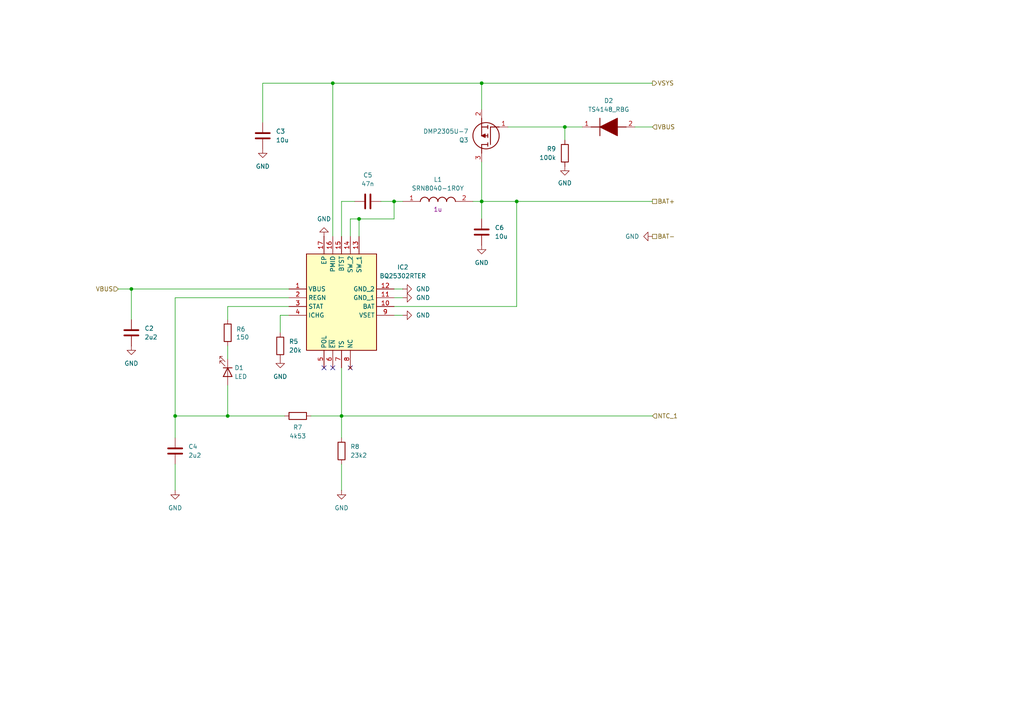
<source format=kicad_sch>
(kicad_sch
	(version 20231120)
	(generator "eeschema")
	(generator_version "8.0")
	(uuid "1875c04c-150c-4ae5-89ab-99a8c8391a2b")
	(paper "A4")
	(lib_symbols
		(symbol "Device:C"
			(pin_numbers hide)
			(pin_names
				(offset 0.254)
			)
			(exclude_from_sim no)
			(in_bom yes)
			(on_board yes)
			(property "Reference" "C"
				(at 0.635 2.54 0)
				(effects
					(font
						(size 1.27 1.27)
					)
					(justify left)
				)
			)
			(property "Value" "C"
				(at 0.635 -2.54 0)
				(effects
					(font
						(size 1.27 1.27)
					)
					(justify left)
				)
			)
			(property "Footprint" ""
				(at 0.9652 -3.81 0)
				(effects
					(font
						(size 1.27 1.27)
					)
					(hide yes)
				)
			)
			(property "Datasheet" "~"
				(at 0 0 0)
				(effects
					(font
						(size 1.27 1.27)
					)
					(hide yes)
				)
			)
			(property "Description" "Unpolarized capacitor"
				(at 0 0 0)
				(effects
					(font
						(size 1.27 1.27)
					)
					(hide yes)
				)
			)
			(property "ki_keywords" "cap capacitor"
				(at 0 0 0)
				(effects
					(font
						(size 1.27 1.27)
					)
					(hide yes)
				)
			)
			(property "ki_fp_filters" "C_*"
				(at 0 0 0)
				(effects
					(font
						(size 1.27 1.27)
					)
					(hide yes)
				)
			)
			(symbol "C_0_1"
				(polyline
					(pts
						(xy -2.032 -0.762) (xy 2.032 -0.762)
					)
					(stroke
						(width 0.508)
						(type default)
					)
					(fill
						(type none)
					)
				)
				(polyline
					(pts
						(xy -2.032 0.762) (xy 2.032 0.762)
					)
					(stroke
						(width 0.508)
						(type default)
					)
					(fill
						(type none)
					)
				)
			)
			(symbol "C_1_1"
				(pin passive line
					(at 0 3.81 270)
					(length 2.794)
					(name "~"
						(effects
							(font
								(size 1.27 1.27)
							)
						)
					)
					(number "1"
						(effects
							(font
								(size 1.27 1.27)
							)
						)
					)
				)
				(pin passive line
					(at 0 -3.81 90)
					(length 2.794)
					(name "~"
						(effects
							(font
								(size 1.27 1.27)
							)
						)
					)
					(number "2"
						(effects
							(font
								(size 1.27 1.27)
							)
						)
					)
				)
			)
		)
		(symbol "Device:LED"
			(pin_numbers hide)
			(pin_names
				(offset 1.016) hide)
			(exclude_from_sim no)
			(in_bom yes)
			(on_board yes)
			(property "Reference" "D"
				(at 0 2.54 0)
				(effects
					(font
						(size 1.27 1.27)
					)
				)
			)
			(property "Value" "LED"
				(at 0 -2.54 0)
				(effects
					(font
						(size 1.27 1.27)
					)
				)
			)
			(property "Footprint" ""
				(at 0 0 0)
				(effects
					(font
						(size 1.27 1.27)
					)
					(hide yes)
				)
			)
			(property "Datasheet" "~"
				(at 0 0 0)
				(effects
					(font
						(size 1.27 1.27)
					)
					(hide yes)
				)
			)
			(property "Description" "Light emitting diode"
				(at 0 0 0)
				(effects
					(font
						(size 1.27 1.27)
					)
					(hide yes)
				)
			)
			(property "ki_keywords" "LED diode"
				(at 0 0 0)
				(effects
					(font
						(size 1.27 1.27)
					)
					(hide yes)
				)
			)
			(property "ki_fp_filters" "LED* LED_SMD:* LED_THT:*"
				(at 0 0 0)
				(effects
					(font
						(size 1.27 1.27)
					)
					(hide yes)
				)
			)
			(symbol "LED_0_1"
				(polyline
					(pts
						(xy -1.27 -1.27) (xy -1.27 1.27)
					)
					(stroke
						(width 0.254)
						(type default)
					)
					(fill
						(type none)
					)
				)
				(polyline
					(pts
						(xy -1.27 0) (xy 1.27 0)
					)
					(stroke
						(width 0)
						(type default)
					)
					(fill
						(type none)
					)
				)
				(polyline
					(pts
						(xy 1.27 -1.27) (xy 1.27 1.27) (xy -1.27 0) (xy 1.27 -1.27)
					)
					(stroke
						(width 0.254)
						(type default)
					)
					(fill
						(type none)
					)
				)
				(polyline
					(pts
						(xy -3.048 -0.762) (xy -4.572 -2.286) (xy -3.81 -2.286) (xy -4.572 -2.286) (xy -4.572 -1.524)
					)
					(stroke
						(width 0)
						(type default)
					)
					(fill
						(type none)
					)
				)
				(polyline
					(pts
						(xy -1.778 -0.762) (xy -3.302 -2.286) (xy -2.54 -2.286) (xy -3.302 -2.286) (xy -3.302 -1.524)
					)
					(stroke
						(width 0)
						(type default)
					)
					(fill
						(type none)
					)
				)
			)
			(symbol "LED_1_1"
				(pin passive line
					(at -3.81 0 0)
					(length 2.54)
					(name "K"
						(effects
							(font
								(size 1.27 1.27)
							)
						)
					)
					(number "1"
						(effects
							(font
								(size 1.27 1.27)
							)
						)
					)
				)
				(pin passive line
					(at 3.81 0 180)
					(length 2.54)
					(name "A"
						(effects
							(font
								(size 1.27 1.27)
							)
						)
					)
					(number "2"
						(effects
							(font
								(size 1.27 1.27)
							)
						)
					)
				)
			)
		)
		(symbol "Device:R"
			(pin_numbers hide)
			(pin_names
				(offset 0)
			)
			(exclude_from_sim no)
			(in_bom yes)
			(on_board yes)
			(property "Reference" "R"
				(at 2.032 0 90)
				(effects
					(font
						(size 1.27 1.27)
					)
				)
			)
			(property "Value" "R"
				(at 0 0 90)
				(effects
					(font
						(size 1.27 1.27)
					)
				)
			)
			(property "Footprint" ""
				(at -1.778 0 90)
				(effects
					(font
						(size 1.27 1.27)
					)
					(hide yes)
				)
			)
			(property "Datasheet" "~"
				(at 0 0 0)
				(effects
					(font
						(size 1.27 1.27)
					)
					(hide yes)
				)
			)
			(property "Description" "Resistor"
				(at 0 0 0)
				(effects
					(font
						(size 1.27 1.27)
					)
					(hide yes)
				)
			)
			(property "ki_keywords" "R res resistor"
				(at 0 0 0)
				(effects
					(font
						(size 1.27 1.27)
					)
					(hide yes)
				)
			)
			(property "ki_fp_filters" "R_*"
				(at 0 0 0)
				(effects
					(font
						(size 1.27 1.27)
					)
					(hide yes)
				)
			)
			(symbol "R_0_1"
				(rectangle
					(start -1.016 -2.54)
					(end 1.016 2.54)
					(stroke
						(width 0.254)
						(type default)
					)
					(fill
						(type none)
					)
				)
			)
			(symbol "R_1_1"
				(pin passive line
					(at 0 3.81 270)
					(length 1.27)
					(name "~"
						(effects
							(font
								(size 1.27 1.27)
							)
						)
					)
					(number "1"
						(effects
							(font
								(size 1.27 1.27)
							)
						)
					)
				)
				(pin passive line
					(at 0 -3.81 90)
					(length 1.27)
					(name "~"
						(effects
							(font
								(size 1.27 1.27)
							)
						)
					)
					(number "2"
						(effects
							(font
								(size 1.27 1.27)
							)
						)
					)
				)
			)
		)
		(symbol "SamacSys_Parts:BQ25302RTER"
			(exclude_from_sim no)
			(in_bom yes)
			(on_board yes)
			(property "Reference" "IC"
				(at 26.67 15.24 0)
				(effects
					(font
						(size 1.27 1.27)
					)
					(justify left top)
				)
			)
			(property "Value" "BQ25302RTER"
				(at 26.67 12.7 0)
				(effects
					(font
						(size 1.27 1.27)
					)
					(justify left top)
				)
			)
			(property "Footprint" "QFN50P300X300X80-17N-D"
				(at 26.67 -87.3 0)
				(effects
					(font
						(size 1.27 1.27)
					)
					(justify left top)
					(hide yes)
				)
			)
			(property "Datasheet" "https://www.ti.com/lit/gpn/bq25302?HQS=ti-null-null-sf-df-pf-sep-wwe&DCM=yes"
				(at 26.67 -187.3 0)
				(effects
					(font
						(size 1.27 1.27)
					)
					(justify left top)
					(hide yes)
				)
			)
			(property "Description" "Battery Management Standalone single cell 2.0-A buck battery charger 16-WQFN -40 to 85"
				(at 0 0 0)
				(effects
					(font
						(size 1.27 1.27)
					)
					(hide yes)
				)
			)
			(property "Height" "0.8"
				(at 26.67 -387.3 0)
				(effects
					(font
						(size 1.27 1.27)
					)
					(justify left top)
					(hide yes)
				)
			)
			(property "Manufacturer_Name" "Texas Instruments"
				(at 26.67 -487.3 0)
				(effects
					(font
						(size 1.27 1.27)
					)
					(justify left top)
					(hide yes)
				)
			)
			(property "Manufacturer_Part_Number" "BQ25302RTER"
				(at 26.67 -587.3 0)
				(effects
					(font
						(size 1.27 1.27)
					)
					(justify left top)
					(hide yes)
				)
			)
			(property "Mouser Part Number" "595-BQ25302RTER"
				(at 26.67 -687.3 0)
				(effects
					(font
						(size 1.27 1.27)
					)
					(justify left top)
					(hide yes)
				)
			)
			(property "Mouser Price/Stock" "https://www.mouser.co.uk/ProductDetail/Texas-Instruments/BQ25302RTER?qs=T94vaHKWudT5T0v43I60Mg%3D%3D"
				(at 26.67 -787.3 0)
				(effects
					(font
						(size 1.27 1.27)
					)
					(justify left top)
					(hide yes)
				)
			)
			(property "Arrow Part Number" "BQ25302RTER"
				(at 26.67 -887.3 0)
				(effects
					(font
						(size 1.27 1.27)
					)
					(justify left top)
					(hide yes)
				)
			)
			(property "Arrow Price/Stock" "null?region=nac"
				(at 26.67 -987.3 0)
				(effects
					(font
						(size 1.27 1.27)
					)
					(justify left top)
					(hide yes)
				)
			)
			(symbol "BQ25302RTER_1_1"
				(rectangle
					(start 5.08 10.16)
					(end 25.4 -17.78)
					(stroke
						(width 0.254)
						(type default)
					)
					(fill
						(type background)
					)
				)
				(pin passive line
					(at 0 0 0)
					(length 5.08)
					(name "VBUS"
						(effects
							(font
								(size 1.27 1.27)
							)
						)
					)
					(number "1"
						(effects
							(font
								(size 1.27 1.27)
							)
						)
					)
				)
				(pin passive line
					(at 30.48 -5.08 180)
					(length 5.08)
					(name "BAT"
						(effects
							(font
								(size 1.27 1.27)
							)
						)
					)
					(number "10"
						(effects
							(font
								(size 1.27 1.27)
							)
						)
					)
				)
				(pin passive line
					(at 30.48 -2.54 180)
					(length 5.08)
					(name "GND_1"
						(effects
							(font
								(size 1.27 1.27)
							)
						)
					)
					(number "11"
						(effects
							(font
								(size 1.27 1.27)
							)
						)
					)
				)
				(pin passive line
					(at 30.48 0 180)
					(length 5.08)
					(name "GND_2"
						(effects
							(font
								(size 1.27 1.27)
							)
						)
					)
					(number "12"
						(effects
							(font
								(size 1.27 1.27)
							)
						)
					)
				)
				(pin passive line
					(at 20.32 15.24 270)
					(length 5.08)
					(name "SW_1"
						(effects
							(font
								(size 1.27 1.27)
							)
						)
					)
					(number "13"
						(effects
							(font
								(size 1.27 1.27)
							)
						)
					)
				)
				(pin passive line
					(at 17.78 15.24 270)
					(length 5.08)
					(name "SW_2"
						(effects
							(font
								(size 1.27 1.27)
							)
						)
					)
					(number "14"
						(effects
							(font
								(size 1.27 1.27)
							)
						)
					)
				)
				(pin passive line
					(at 15.24 15.24 270)
					(length 5.08)
					(name "BTST"
						(effects
							(font
								(size 1.27 1.27)
							)
						)
					)
					(number "15"
						(effects
							(font
								(size 1.27 1.27)
							)
						)
					)
				)
				(pin passive line
					(at 12.7 15.24 270)
					(length 5.08)
					(name "PMID"
						(effects
							(font
								(size 1.27 1.27)
							)
						)
					)
					(number "16"
						(effects
							(font
								(size 1.27 1.27)
							)
						)
					)
				)
				(pin passive line
					(at 10.16 15.24 270)
					(length 5.08)
					(name "EP"
						(effects
							(font
								(size 1.27 1.27)
							)
						)
					)
					(number "17"
						(effects
							(font
								(size 1.27 1.27)
							)
						)
					)
				)
				(pin passive line
					(at 0 -2.54 0)
					(length 5.08)
					(name "REGN"
						(effects
							(font
								(size 1.27 1.27)
							)
						)
					)
					(number "2"
						(effects
							(font
								(size 1.27 1.27)
							)
						)
					)
				)
				(pin passive line
					(at 0 -5.08 0)
					(length 5.08)
					(name "STAT"
						(effects
							(font
								(size 1.27 1.27)
							)
						)
					)
					(number "3"
						(effects
							(font
								(size 1.27 1.27)
							)
						)
					)
				)
				(pin passive line
					(at 0 -7.62 0)
					(length 5.08)
					(name "ICHG"
						(effects
							(font
								(size 1.27 1.27)
							)
						)
					)
					(number "4"
						(effects
							(font
								(size 1.27 1.27)
							)
						)
					)
				)
				(pin passive line
					(at 10.16 -22.86 90)
					(length 5.08)
					(name "POL"
						(effects
							(font
								(size 1.27 1.27)
							)
						)
					)
					(number "5"
						(effects
							(font
								(size 1.27 1.27)
							)
						)
					)
				)
				(pin passive line
					(at 12.7 -22.86 90)
					(length 5.08)
					(name "~{EN}"
						(effects
							(font
								(size 1.27 1.27)
							)
						)
					)
					(number "6"
						(effects
							(font
								(size 1.27 1.27)
							)
						)
					)
				)
				(pin passive line
					(at 15.24 -22.86 90)
					(length 5.08)
					(name "TS"
						(effects
							(font
								(size 1.27 1.27)
							)
						)
					)
					(number "7"
						(effects
							(font
								(size 1.27 1.27)
							)
						)
					)
				)
				(pin no_connect line
					(at 17.78 -22.86 90)
					(length 5.08)
					(name "NC"
						(effects
							(font
								(size 1.27 1.27)
							)
						)
					)
					(number "8"
						(effects
							(font
								(size 1.27 1.27)
							)
						)
					)
				)
				(pin passive line
					(at 30.48 -7.62 180)
					(length 5.08)
					(name "VSET"
						(effects
							(font
								(size 1.27 1.27)
							)
						)
					)
					(number "9"
						(effects
							(font
								(size 1.27 1.27)
							)
						)
					)
				)
			)
		)
		(symbol "SamacSys_Parts:DMP2305U-7"
			(pin_names hide)
			(exclude_from_sim no)
			(in_bom yes)
			(on_board yes)
			(property "Reference" "Q"
				(at 11.43 3.81 0)
				(effects
					(font
						(size 1.27 1.27)
					)
					(justify left top)
				)
			)
			(property "Value" "DMP2305U-7"
				(at 11.43 1.27 0)
				(effects
					(font
						(size 1.27 1.27)
					)
					(justify left top)
				)
			)
			(property "Footprint" "SOT96P240X115-3N"
				(at 11.43 -98.73 0)
				(effects
					(font
						(size 1.27 1.27)
					)
					(justify left top)
					(hide yes)
				)
			)
			(property "Datasheet" "https://www.diodes.com//assets/Datasheets/DMP2305U.pdf"
				(at 11.43 -198.73 0)
				(effects
					(font
						(size 1.27 1.27)
					)
					(justify left top)
					(hide yes)
				)
			)
			(property "Description" "MOSFET P-Channel 20V 4.2A SOT23 Diodes Inc DMP2305U-7 P-channel MOSFET Transistor, 4.2 A, -20 V, 3-Pin SOT-23"
				(at 0 0 0)
				(effects
					(font
						(size 1.27 1.27)
					)
					(hide yes)
				)
			)
			(property "Height" "1.15"
				(at 11.43 -398.73 0)
				(effects
					(font
						(size 1.27 1.27)
					)
					(justify left top)
					(hide yes)
				)
			)
			(property "Manufacturer_Name" "Diodes Incorporated"
				(at 11.43 -498.73 0)
				(effects
					(font
						(size 1.27 1.27)
					)
					(justify left top)
					(hide yes)
				)
			)
			(property "Manufacturer_Part_Number" "DMP2305U-7"
				(at 11.43 -598.73 0)
				(effects
					(font
						(size 1.27 1.27)
					)
					(justify left top)
					(hide yes)
				)
			)
			(property "Mouser Part Number" "621-DMP2305U-7"
				(at 11.43 -698.73 0)
				(effects
					(font
						(size 1.27 1.27)
					)
					(justify left top)
					(hide yes)
				)
			)
			(property "Mouser Price/Stock" "https://www.mouser.co.uk/ProductDetail/Diodes-Incorporated/DMP2305U-7?qs=oUsD4qhOtFyFQmlG8wLVjw%3D%3D"
				(at 11.43 -798.73 0)
				(effects
					(font
						(size 1.27 1.27)
					)
					(justify left top)
					(hide yes)
				)
			)
			(property "Arrow Part Number" "DMP2305U-7"
				(at 11.43 -898.73 0)
				(effects
					(font
						(size 1.27 1.27)
					)
					(justify left top)
					(hide yes)
				)
			)
			(property "Arrow Price/Stock" "https://www.arrow.com/en/products/dmp2305u-7/diodes-incorporated?region=nac"
				(at 11.43 -998.73 0)
				(effects
					(font
						(size 1.27 1.27)
					)
					(justify left top)
					(hide yes)
				)
			)
			(symbol "DMP2305U-7_1_1"
				(polyline
					(pts
						(xy 2.54 0) (xy 5.08 0)
					)
					(stroke
						(width 0.254)
						(type default)
					)
					(fill
						(type none)
					)
				)
				(polyline
					(pts
						(xy 5.08 5.08) (xy 5.08 0)
					)
					(stroke
						(width 0.254)
						(type default)
					)
					(fill
						(type none)
					)
				)
				(polyline
					(pts
						(xy 5.842 -0.508) (xy 5.842 0.508)
					)
					(stroke
						(width 0.254)
						(type default)
					)
					(fill
						(type none)
					)
				)
				(polyline
					(pts
						(xy 5.842 0) (xy 7.62 0)
					)
					(stroke
						(width 0.254)
						(type default)
					)
					(fill
						(type none)
					)
				)
				(polyline
					(pts
						(xy 5.842 2.032) (xy 5.842 3.048)
					)
					(stroke
						(width 0.254)
						(type default)
					)
					(fill
						(type none)
					)
				)
				(polyline
					(pts
						(xy 5.842 5.588) (xy 5.842 4.572)
					)
					(stroke
						(width 0.254)
						(type default)
					)
					(fill
						(type none)
					)
				)
				(polyline
					(pts
						(xy 7.62 2.54) (xy 5.842 2.54)
					)
					(stroke
						(width 0.254)
						(type default)
					)
					(fill
						(type none)
					)
				)
				(polyline
					(pts
						(xy 7.62 2.54) (xy 7.62 -2.54)
					)
					(stroke
						(width 0.254)
						(type default)
					)
					(fill
						(type none)
					)
				)
				(polyline
					(pts
						(xy 7.62 5.08) (xy 5.842 5.08)
					)
					(stroke
						(width 0.254)
						(type default)
					)
					(fill
						(type none)
					)
				)
				(polyline
					(pts
						(xy 7.62 5.08) (xy 7.62 7.62)
					)
					(stroke
						(width 0.254)
						(type default)
					)
					(fill
						(type none)
					)
				)
				(polyline
					(pts
						(xy 7.62 2.54) (xy 6.604 3.048) (xy 6.604 2.032) (xy 7.62 2.54)
					)
					(stroke
						(width 0.254)
						(type default)
					)
					(fill
						(type outline)
					)
				)
				(circle
					(center 6.35 2.54)
					(radius 3.81)
					(stroke
						(width 0.254)
						(type default)
					)
					(fill
						(type none)
					)
				)
				(pin passive line
					(at 0 0 0)
					(length 2.54)
					(name "G"
						(effects
							(font
								(size 1.27 1.27)
							)
						)
					)
					(number "1"
						(effects
							(font
								(size 1.27 1.27)
							)
						)
					)
				)
				(pin passive line
					(at 7.62 -5.08 90)
					(length 2.54)
					(name "S"
						(effects
							(font
								(size 1.27 1.27)
							)
						)
					)
					(number "2"
						(effects
							(font
								(size 1.27 1.27)
							)
						)
					)
				)
				(pin passive line
					(at 7.62 10.16 270)
					(length 2.54)
					(name "D"
						(effects
							(font
								(size 1.27 1.27)
							)
						)
					)
					(number "3"
						(effects
							(font
								(size 1.27 1.27)
							)
						)
					)
				)
			)
		)
		(symbol "SamacSys_Parts:SRN8040-1R0Y"
			(pin_names hide)
			(exclude_from_sim no)
			(in_bom yes)
			(on_board yes)
			(property "Reference" "L"
				(at 16.51 6.35 0)
				(effects
					(font
						(size 1.27 1.27)
					)
					(justify left top)
				)
			)
			(property "Value" "SRN8040-1R0Y"
				(at 16.51 3.81 0)
				(effects
					(font
						(size 1.27 1.27)
					)
					(justify left top)
				)
			)
			(property "Footprint" "SRN80408R2Y"
				(at 16.51 -96.19 0)
				(effects
					(font
						(size 1.27 1.27)
					)
					(justify left top)
					(hide yes)
				)
			)
			(property "Datasheet" "https://www.bourns.com/pdfs/SRN8040.pdf"
				(at 16.51 -196.19 0)
				(effects
					(font
						(size 1.27 1.27)
					)
					(justify left top)
					(hide yes)
				)
			)
			(property "Description" "Bourns SRN8040 Series Type 8040 Shielded Wire-wound SMD Inductor with a Ferrite Core, 1 uH +/-30% Wire-Wound 7.8A Idc"
				(at 0 0 0)
				(effects
					(font
						(size 1.27 1.27)
					)
					(hide yes)
				)
			)
			(property "Height" "4"
				(at 16.51 -396.19 0)
				(effects
					(font
						(size 1.27 1.27)
					)
					(justify left top)
					(hide yes)
				)
			)
			(property "Manufacturer_Name" "Bourns"
				(at 16.51 -496.19 0)
				(effects
					(font
						(size 1.27 1.27)
					)
					(justify left top)
					(hide yes)
				)
			)
			(property "Manufacturer_Part_Number" "SRN8040-1R0Y"
				(at 16.51 -596.19 0)
				(effects
					(font
						(size 1.27 1.27)
					)
					(justify left top)
					(hide yes)
				)
			)
			(property "Mouser Part Number" "652-SRN8040-1R0Y"
				(at 16.51 -696.19 0)
				(effects
					(font
						(size 1.27 1.27)
					)
					(justify left top)
					(hide yes)
				)
			)
			(property "Mouser Price/Stock" "https://www.mouser.co.uk/ProductDetail/Bourns/SRN8040-1R0Y?qs=opBjA1TV900NDoqiSUhCuw%3D%3D"
				(at 16.51 -796.19 0)
				(effects
					(font
						(size 1.27 1.27)
					)
					(justify left top)
					(hide yes)
				)
			)
			(property "Arrow Part Number" "SRN8040-1R0Y"
				(at 16.51 -896.19 0)
				(effects
					(font
						(size 1.27 1.27)
					)
					(justify left top)
					(hide yes)
				)
			)
			(property "Arrow Price/Stock" "https://www.arrow.com/en/products/srn8040-1r0y/bourns?region=nac"
				(at 16.51 -996.19 0)
				(effects
					(font
						(size 1.27 1.27)
					)
					(justify left top)
					(hide yes)
				)
			)
			(symbol "SRN8040-1R0Y_1_1"
				(arc
					(start 7.62 0)
					(mid 6.35 1.219)
					(end 5.08 0)
					(stroke
						(width 0.254)
						(type default)
					)
					(fill
						(type none)
					)
				)
				(arc
					(start 10.16 0)
					(mid 8.89 1.219)
					(end 7.62 0)
					(stroke
						(width 0.254)
						(type default)
					)
					(fill
						(type none)
					)
				)
				(arc
					(start 12.7 0)
					(mid 11.43 1.219)
					(end 10.16 0)
					(stroke
						(width 0.254)
						(type default)
					)
					(fill
						(type none)
					)
				)
				(arc
					(start 15.24 0)
					(mid 13.97 1.219)
					(end 12.7 0)
					(stroke
						(width 0.254)
						(type default)
					)
					(fill
						(type none)
					)
				)
				(pin passive line
					(at 0 0 0)
					(length 5.08)
					(name "1"
						(effects
							(font
								(size 1.27 1.27)
							)
						)
					)
					(number "1"
						(effects
							(font
								(size 1.27 1.27)
							)
						)
					)
				)
				(pin passive line
					(at 20.32 0 180)
					(length 5.08)
					(name "2"
						(effects
							(font
								(size 1.27 1.27)
							)
						)
					)
					(number "2"
						(effects
							(font
								(size 1.27 1.27)
							)
						)
					)
				)
			)
		)
		(symbol "SamacSys_Parts:TS4148_RBG"
			(pin_names hide)
			(exclude_from_sim no)
			(in_bom yes)
			(on_board yes)
			(property "Reference" "D"
				(at 11.43 5.08 0)
				(effects
					(font
						(size 1.27 1.27)
					)
					(justify left top)
				)
			)
			(property "Value" "TS4148_RBG"
				(at 11.43 2.54 0)
				(effects
					(font
						(size 1.27 1.27)
					)
					(justify left top)
				)
			)
			(property "Footprint" "DIOC2012X85N"
				(at 11.43 -97.46 0)
				(effects
					(font
						(size 1.27 1.27)
					)
					(justify left top)
					(hide yes)
				)
			)
			(property "Datasheet" "https://www.mouser.com/datasheet/2/395/TS4148%20RZG%20E12-248814.pdf"
				(at 11.43 -197.46 0)
				(effects
					(font
						(size 1.27 1.27)
					)
					(justify left top)
					(hide yes)
				)
			)
			(property "Description" "Diodes - General Purpose, Power, Switching 75V, 0.15A, Switching Diode & Array"
				(at 0 0 0)
				(effects
					(font
						(size 1.27 1.27)
					)
					(hide yes)
				)
			)
			(property "Height" "0.85"
				(at 11.43 -397.46 0)
				(effects
					(font
						(size 1.27 1.27)
					)
					(justify left top)
					(hide yes)
				)
			)
			(property "Manufacturer_Name" "Taiwan Semiconductor"
				(at 11.43 -497.46 0)
				(effects
					(font
						(size 1.27 1.27)
					)
					(justify left top)
					(hide yes)
				)
			)
			(property "Manufacturer_Part_Number" "TS4148 RBG"
				(at 11.43 -597.46 0)
				(effects
					(font
						(size 1.27 1.27)
					)
					(justify left top)
					(hide yes)
				)
			)
			(property "Mouser Part Number" "821-TS4148RBG"
				(at 11.43 -697.46 0)
				(effects
					(font
						(size 1.27 1.27)
					)
					(justify left top)
					(hide yes)
				)
			)
			(property "Mouser Price/Stock" "https://www.mouser.co.uk/ProductDetail/Taiwan-Semiconductor/TS4148-RBG?qs=5aG0NVq1C4zjFQ%2F0tPTeiA%3D%3D"
				(at 11.43 -797.46 0)
				(effects
					(font
						(size 1.27 1.27)
					)
					(justify left top)
					(hide yes)
				)
			)
			(property "Arrow Part Number" "TS4148 RBG"
				(at 11.43 -897.46 0)
				(effects
					(font
						(size 1.27 1.27)
					)
					(justify left top)
					(hide yes)
				)
			)
			(property "Arrow Price/Stock" "https://www.arrow.com/en/products/ts4148-rbg/taiwan-semiconductor?region=nac"
				(at 11.43 -997.46 0)
				(effects
					(font
						(size 1.27 1.27)
					)
					(justify left top)
					(hide yes)
				)
			)
			(symbol "TS4148_RBG_1_1"
				(polyline
					(pts
						(xy 2.54 0) (xy 5.08 0)
					)
					(stroke
						(width 0.254)
						(type default)
					)
					(fill
						(type none)
					)
				)
				(polyline
					(pts
						(xy 5.08 2.54) (xy 5.08 -2.54)
					)
					(stroke
						(width 0.254)
						(type default)
					)
					(fill
						(type none)
					)
				)
				(polyline
					(pts
						(xy 10.16 0) (xy 12.7 0)
					)
					(stroke
						(width 0.254)
						(type default)
					)
					(fill
						(type none)
					)
				)
				(polyline
					(pts
						(xy 5.08 0) (xy 10.16 2.54) (xy 10.16 -2.54) (xy 5.08 0)
					)
					(stroke
						(width 0.254)
						(type default)
					)
					(fill
						(type outline)
					)
				)
				(pin passive line
					(at 0 0 0)
					(length 2.54)
					(name "K"
						(effects
							(font
								(size 1.27 1.27)
							)
						)
					)
					(number "1"
						(effects
							(font
								(size 1.27 1.27)
							)
						)
					)
				)
				(pin passive line
					(at 15.24 0 180)
					(length 2.54)
					(name "A"
						(effects
							(font
								(size 1.27 1.27)
							)
						)
					)
					(number "2"
						(effects
							(font
								(size 1.27 1.27)
							)
						)
					)
				)
			)
		)
		(symbol "power:GND"
			(power)
			(pin_numbers hide)
			(pin_names
				(offset 0) hide)
			(exclude_from_sim no)
			(in_bom yes)
			(on_board yes)
			(property "Reference" "#PWR"
				(at 0 -6.35 0)
				(effects
					(font
						(size 1.27 1.27)
					)
					(hide yes)
				)
			)
			(property "Value" "GND"
				(at 0 -3.81 0)
				(effects
					(font
						(size 1.27 1.27)
					)
				)
			)
			(property "Footprint" ""
				(at 0 0 0)
				(effects
					(font
						(size 1.27 1.27)
					)
					(hide yes)
				)
			)
			(property "Datasheet" ""
				(at 0 0 0)
				(effects
					(font
						(size 1.27 1.27)
					)
					(hide yes)
				)
			)
			(property "Description" "Power symbol creates a global label with name \"GND\" , ground"
				(at 0 0 0)
				(effects
					(font
						(size 1.27 1.27)
					)
					(hide yes)
				)
			)
			(property "ki_keywords" "global power"
				(at 0 0 0)
				(effects
					(font
						(size 1.27 1.27)
					)
					(hide yes)
				)
			)
			(symbol "GND_0_1"
				(polyline
					(pts
						(xy 0 0) (xy 0 -1.27) (xy 1.27 -1.27) (xy 0 -2.54) (xy -1.27 -1.27) (xy 0 -1.27)
					)
					(stroke
						(width 0)
						(type default)
					)
					(fill
						(type none)
					)
				)
			)
			(symbol "GND_1_1"
				(pin power_in line
					(at 0 0 270)
					(length 0)
					(name "~"
						(effects
							(font
								(size 1.27 1.27)
							)
						)
					)
					(number "1"
						(effects
							(font
								(size 1.27 1.27)
							)
						)
					)
				)
			)
		)
	)
	(junction
		(at 50.8 120.65)
		(diameter 0)
		(color 0 0 0 0)
		(uuid "0fc83afb-e821-4caf-b98f-8dec8ca9d3da")
	)
	(junction
		(at 139.7 24.13)
		(diameter 0)
		(color 0 0 0 0)
		(uuid "2935dd69-a40d-41f7-b6cd-052c75bac48c")
	)
	(junction
		(at 96.52 24.13)
		(diameter 0)
		(color 0 0 0 0)
		(uuid "2d7163b9-419e-4061-bbb2-a75544317bf4")
	)
	(junction
		(at 163.83 36.83)
		(diameter 0)
		(color 0 0 0 0)
		(uuid "64abf8fb-bf02-4ff2-a7d9-74f303a661f1")
	)
	(junction
		(at 38.1 83.82)
		(diameter 0)
		(color 0 0 0 0)
		(uuid "6968868f-d2e6-4b91-9150-e3dd4a095914")
	)
	(junction
		(at 66.04 120.65)
		(diameter 0)
		(color 0 0 0 0)
		(uuid "84db38b6-030d-4d0b-8e68-3d289e78b65c")
	)
	(junction
		(at 149.86 58.42)
		(diameter 0)
		(color 0 0 0 0)
		(uuid "8f019277-c533-4a50-9a3d-1a0ef0f77c1c")
	)
	(junction
		(at 99.06 120.65)
		(diameter 0)
		(color 0 0 0 0)
		(uuid "b3895a42-b37d-4b09-944a-e5f6caa7f470")
	)
	(junction
		(at 139.7 58.42)
		(diameter 0)
		(color 0 0 0 0)
		(uuid "c852c3e1-0526-43fa-92ee-bfee7096bcbd")
	)
	(junction
		(at 114.3 58.42)
		(diameter 0)
		(color 0 0 0 0)
		(uuid "e2d5de48-306d-4c97-88b1-84b9b4b2321b")
	)
	(junction
		(at 104.14 63.5)
		(diameter 0)
		(color 0 0 0 0)
		(uuid "f1f241fe-51fc-4778-9bc3-c7dec7c184d9")
	)
	(no_connect
		(at 96.52 106.68)
		(uuid "1e10695a-5b95-4034-8a85-028b817d4e49")
	)
	(no_connect
		(at 93.98 106.68)
		(uuid "2f60c2ad-aa3a-46f6-8230-02e392a3da24")
	)
	(no_connect
		(at 101.6 106.68)
		(uuid "f2d32504-b474-406a-88bd-db6e202ee643")
	)
	(wire
		(pts
			(xy 114.3 83.82) (xy 116.84 83.82)
		)
		(stroke
			(width 0)
			(type default)
		)
		(uuid "023ee19c-5e41-41ee-92a9-063e2d49bc4c")
	)
	(wire
		(pts
			(xy 99.06 106.68) (xy 99.06 120.65)
		)
		(stroke
			(width 0)
			(type default)
		)
		(uuid "0a52e6bc-5d13-4d88-9575-375501cca4b9")
	)
	(wire
		(pts
			(xy 38.1 83.82) (xy 38.1 92.71)
		)
		(stroke
			(width 0)
			(type default)
		)
		(uuid "0f78e892-ba12-4c30-8c90-f6ef7d937334")
	)
	(wire
		(pts
			(xy 116.84 86.36) (xy 114.3 86.36)
		)
		(stroke
			(width 0)
			(type default)
		)
		(uuid "11bf946a-b744-4d5b-ae7e-b60a1a5d9c1d")
	)
	(wire
		(pts
			(xy 50.8 86.36) (xy 50.8 120.65)
		)
		(stroke
			(width 0)
			(type default)
		)
		(uuid "18fdbe9d-bd5c-4a1e-9258-0239d0b16885")
	)
	(wire
		(pts
			(xy 139.7 58.42) (xy 139.7 63.5)
		)
		(stroke
			(width 0)
			(type default)
		)
		(uuid "1e73c4c7-c958-43d5-a7cf-068bd8c71484")
	)
	(wire
		(pts
			(xy 110.49 58.42) (xy 114.3 58.42)
		)
		(stroke
			(width 0)
			(type default)
		)
		(uuid "2169c053-869c-4532-bbde-829177e1c348")
	)
	(wire
		(pts
			(xy 163.83 36.83) (xy 168.91 36.83)
		)
		(stroke
			(width 0)
			(type default)
		)
		(uuid "31e43eff-ab3c-427c-9e11-349680f2bb86")
	)
	(wire
		(pts
			(xy 99.06 58.42) (xy 102.87 58.42)
		)
		(stroke
			(width 0)
			(type default)
		)
		(uuid "31ff5e39-a41a-4959-840f-c806f12eedde")
	)
	(wire
		(pts
			(xy 163.83 40.64) (xy 163.83 36.83)
		)
		(stroke
			(width 0)
			(type default)
		)
		(uuid "3b2a4c97-1245-44f4-bea9-e473730678d3")
	)
	(wire
		(pts
			(xy 116.84 58.42) (xy 114.3 58.42)
		)
		(stroke
			(width 0)
			(type default)
		)
		(uuid "3e53323f-ac5c-4947-b94d-c6d77b7e11eb")
	)
	(wire
		(pts
			(xy 96.52 24.13) (xy 96.52 68.58)
		)
		(stroke
			(width 0)
			(type default)
		)
		(uuid "41ab06a3-76f9-43c4-bf71-17202128dc7e")
	)
	(wire
		(pts
			(xy 189.23 36.83) (xy 184.15 36.83)
		)
		(stroke
			(width 0)
			(type default)
		)
		(uuid "53321977-2db0-41e9-8772-48c38f9f0147")
	)
	(wire
		(pts
			(xy 139.7 58.42) (xy 149.86 58.42)
		)
		(stroke
			(width 0)
			(type default)
		)
		(uuid "6349be2a-f86e-4236-a98b-604686e42d7f")
	)
	(wire
		(pts
			(xy 66.04 88.9) (xy 83.82 88.9)
		)
		(stroke
			(width 0)
			(type default)
		)
		(uuid "687f7e35-6978-43bd-9617-da854eee185f")
	)
	(wire
		(pts
			(xy 139.7 24.13) (xy 139.7 31.75)
		)
		(stroke
			(width 0)
			(type default)
		)
		(uuid "6bbf2aa9-80b9-4834-80a6-8eda8c59239e")
	)
	(wire
		(pts
			(xy 76.2 35.56) (xy 76.2 24.13)
		)
		(stroke
			(width 0)
			(type default)
		)
		(uuid "6cbaa810-b953-4cd3-a1e7-cf4d2f64dede")
	)
	(wire
		(pts
			(xy 101.6 68.58) (xy 101.6 63.5)
		)
		(stroke
			(width 0)
			(type default)
		)
		(uuid "717e7df1-300c-4681-a51e-f8a3bb1c15ec")
	)
	(wire
		(pts
			(xy 114.3 58.42) (xy 114.3 63.5)
		)
		(stroke
			(width 0)
			(type default)
		)
		(uuid "75574c3c-0df8-48e7-b892-2b985c766214")
	)
	(wire
		(pts
			(xy 101.6 63.5) (xy 104.14 63.5)
		)
		(stroke
			(width 0)
			(type default)
		)
		(uuid "7adecb75-094a-42a4-a810-fd167c5a20d6")
	)
	(wire
		(pts
			(xy 147.32 36.83) (xy 163.83 36.83)
		)
		(stroke
			(width 0)
			(type default)
		)
		(uuid "7c09469b-c030-4399-a54e-576c64db6be1")
	)
	(wire
		(pts
			(xy 139.7 46.99) (xy 139.7 58.42)
		)
		(stroke
			(width 0)
			(type default)
		)
		(uuid "7d9698e3-ebb4-4225-8dde-a43a723cceb9")
	)
	(wire
		(pts
			(xy 114.3 63.5) (xy 104.14 63.5)
		)
		(stroke
			(width 0)
			(type default)
		)
		(uuid "836ead52-adcc-4c74-b972-e6d498dc4d5f")
	)
	(wire
		(pts
			(xy 50.8 134.62) (xy 50.8 142.24)
		)
		(stroke
			(width 0)
			(type default)
		)
		(uuid "84ef32e1-efb6-4458-b7fe-e113de23ea4e")
	)
	(wire
		(pts
			(xy 149.86 88.9) (xy 149.86 58.42)
		)
		(stroke
			(width 0)
			(type default)
		)
		(uuid "8982ed20-b6f9-4745-ada9-5cabf816560d")
	)
	(wire
		(pts
			(xy 38.1 83.82) (xy 83.82 83.82)
		)
		(stroke
			(width 0)
			(type default)
		)
		(uuid "8b355ed7-5a7a-45d0-b764-320514fa47f3")
	)
	(wire
		(pts
			(xy 66.04 120.65) (xy 82.55 120.65)
		)
		(stroke
			(width 0)
			(type default)
		)
		(uuid "8c0eb961-fdc0-4f77-9a04-e361d2934f4b")
	)
	(wire
		(pts
			(xy 149.86 58.42) (xy 189.23 58.42)
		)
		(stroke
			(width 0)
			(type default)
		)
		(uuid "8ffe74b2-8a34-4c38-bbdc-c29114dcc4ba")
	)
	(wire
		(pts
			(xy 76.2 24.13) (xy 96.52 24.13)
		)
		(stroke
			(width 0)
			(type default)
		)
		(uuid "900dade6-fd78-4b0e-810a-81d581d93be9")
	)
	(wire
		(pts
			(xy 139.7 58.42) (xy 137.16 58.42)
		)
		(stroke
			(width 0)
			(type default)
		)
		(uuid "aacbee4a-7435-4281-b509-3124931bac83")
	)
	(wire
		(pts
			(xy 90.17 120.65) (xy 99.06 120.65)
		)
		(stroke
			(width 0)
			(type default)
		)
		(uuid "b07a2303-f26b-492c-b479-c8a96f875492")
	)
	(wire
		(pts
			(xy 104.14 63.5) (xy 104.14 68.58)
		)
		(stroke
			(width 0)
			(type default)
		)
		(uuid "b603bd6c-a8f8-4c2b-a9f3-76aed978f811")
	)
	(wire
		(pts
			(xy 66.04 111.76) (xy 66.04 120.65)
		)
		(stroke
			(width 0)
			(type default)
		)
		(uuid "b940ec51-3dcf-45d2-abe5-4fb519103934")
	)
	(wire
		(pts
			(xy 81.28 91.44) (xy 83.82 91.44)
		)
		(stroke
			(width 0)
			(type default)
		)
		(uuid "c645a9bb-b0fc-436e-a190-82b3facb91d3")
	)
	(wire
		(pts
			(xy 50.8 86.36) (xy 83.82 86.36)
		)
		(stroke
			(width 0)
			(type default)
		)
		(uuid "d21c303c-6cc1-4648-b5c1-c16a68175122")
	)
	(wire
		(pts
			(xy 81.28 96.52) (xy 81.28 91.44)
		)
		(stroke
			(width 0)
			(type default)
		)
		(uuid "d415ad80-7b31-4d92-a316-3b03019acd12")
	)
	(wire
		(pts
			(xy 139.7 24.13) (xy 96.52 24.13)
		)
		(stroke
			(width 0)
			(type default)
		)
		(uuid "d4ddf46e-7ab6-4814-aac3-43fe3f1bc44f")
	)
	(wire
		(pts
			(xy 50.8 120.65) (xy 50.8 127)
		)
		(stroke
			(width 0)
			(type default)
		)
		(uuid "d4ef2816-dfb3-431c-ba18-913c76cab804")
	)
	(wire
		(pts
			(xy 139.7 24.13) (xy 189.23 24.13)
		)
		(stroke
			(width 0)
			(type default)
		)
		(uuid "d5441644-8e6c-4c86-bf6f-607006e1edf2")
	)
	(wire
		(pts
			(xy 99.06 120.65) (xy 189.23 120.65)
		)
		(stroke
			(width 0)
			(type default)
		)
		(uuid "d856c6a6-9bae-4c35-ba1e-968b6eb68baf")
	)
	(wire
		(pts
			(xy 114.3 91.44) (xy 116.84 91.44)
		)
		(stroke
			(width 0)
			(type default)
		)
		(uuid "db58b316-b1ad-431b-865c-e853fbd1aec1")
	)
	(wire
		(pts
			(xy 66.04 92.71) (xy 66.04 88.9)
		)
		(stroke
			(width 0)
			(type default)
		)
		(uuid "de8c8acc-6c63-4869-841d-82758399d836")
	)
	(wire
		(pts
			(xy 99.06 127) (xy 99.06 120.65)
		)
		(stroke
			(width 0)
			(type default)
		)
		(uuid "e0d44516-b988-4379-9af4-9b9cb84c55e8")
	)
	(wire
		(pts
			(xy 34.29 83.82) (xy 38.1 83.82)
		)
		(stroke
			(width 0)
			(type default)
		)
		(uuid "e13d2c62-a972-4fc1-b71c-cf6a7a497a79")
	)
	(wire
		(pts
			(xy 66.04 120.65) (xy 50.8 120.65)
		)
		(stroke
			(width 0)
			(type default)
		)
		(uuid "e160aa9c-e0a3-47f9-bdc8-9621512a9519")
	)
	(wire
		(pts
			(xy 99.06 68.58) (xy 99.06 58.42)
		)
		(stroke
			(width 0)
			(type default)
		)
		(uuid "e54e5f0c-da83-4f60-8f4c-407bce8118ad")
	)
	(wire
		(pts
			(xy 66.04 100.33) (xy 66.04 104.14)
		)
		(stroke
			(width 0)
			(type default)
		)
		(uuid "f985320e-84af-4fd9-b4e7-c7fc83aa9d91")
	)
	(wire
		(pts
			(xy 114.3 88.9) (xy 149.86 88.9)
		)
		(stroke
			(width 0)
			(type default)
		)
		(uuid "fc52d04e-5b18-475d-a729-0d9bb02be139")
	)
	(wire
		(pts
			(xy 99.06 134.62) (xy 99.06 142.24)
		)
		(stroke
			(width 0)
			(type default)
		)
		(uuid "fed056f1-3734-4af3-9add-506a1210f2db")
	)
	(hierarchical_label "NTC_1"
		(shape input)
		(at 189.23 120.65 0)
		(effects
			(font
				(size 1.27 1.27)
			)
			(justify left)
		)
		(uuid "0f477ed7-0dd6-46c5-b12f-368b8743f09a")
	)
	(hierarchical_label "BAT+"
		(shape passive)
		(at 189.23 58.42 0)
		(effects
			(font
				(size 1.27 1.27)
			)
			(justify left)
		)
		(uuid "11a2396d-f448-4c0f-a6de-e885024da90c")
	)
	(hierarchical_label "VSYS"
		(shape output)
		(at 189.23 24.13 0)
		(effects
			(font
				(size 1.27 1.27)
			)
			(justify left)
		)
		(uuid "5b0ba642-f55d-4d2c-a38d-e5c83d35497f")
	)
	(hierarchical_label "BAT-"
		(shape passive)
		(at 189.23 68.58 0)
		(effects
			(font
				(size 1.27 1.27)
			)
			(justify left)
		)
		(uuid "86810ee4-1cdf-491d-9abb-a336795a3f2a")
	)
	(hierarchical_label "VBUS"
		(shape input)
		(at 34.29 83.82 180)
		(effects
			(font
				(size 1.27 1.27)
			)
			(justify right)
		)
		(uuid "8ca9cba7-46f4-4300-98d2-89d250addfa0")
	)
	(hierarchical_label "VBUS"
		(shape input)
		(at 189.23 36.83 0)
		(effects
			(font
				(size 1.27 1.27)
			)
			(justify left)
		)
		(uuid "98af0ccb-2243-4f2a-8634-b60d3b5d1d24")
	)
	(symbol
		(lib_id "Device:C")
		(at 38.1 96.52 0)
		(unit 1)
		(exclude_from_sim no)
		(in_bom yes)
		(on_board yes)
		(dnp no)
		(fields_autoplaced yes)
		(uuid "03aa8780-dc3d-4c00-9b6f-88480b04727b")
		(property "Reference" "C2"
			(at 41.91 95.2499 0)
			(effects
				(font
					(size 1.27 1.27)
				)
				(justify left)
			)
		)
		(property "Value" "2u2"
			(at 41.91 97.7899 0)
			(effects
				(font
					(size 1.27 1.27)
				)
				(justify left)
			)
		)
		(property "Footprint" "Capacitor_SMD:C_0805_2012Metric"
			(at 39.0652 100.33 0)
			(effects
				(font
					(size 1.27 1.27)
				)
				(hide yes)
			)
		)
		(property "Datasheet" "~"
			(at 38.1 96.52 0)
			(effects
				(font
					(size 1.27 1.27)
				)
				(hide yes)
			)
		)
		(property "Description" "Unpolarized capacitor"
			(at 38.1 96.52 0)
			(effects
				(font
					(size 1.27 1.27)
				)
				(hide yes)
			)
		)
		(pin "2"
			(uuid "98dde2ea-026e-4aa6-8433-bb5cead701ba")
		)
		(pin "1"
			(uuid "6d22173b-978c-45e7-b337-1fe409d94361")
		)
		(instances
			(project "obvod"
				(path "/e8e834c4-1afb-42f7-b718-3cb720dae1d5/eca20acd-1ab9-4713-a6f3-0ad5760dd36d"
					(reference "C2")
					(unit 1)
				)
			)
		)
	)
	(symbol
		(lib_id "power:GND")
		(at 116.84 86.36 90)
		(unit 1)
		(exclude_from_sim no)
		(in_bom yes)
		(on_board yes)
		(dnp no)
		(fields_autoplaced yes)
		(uuid "0459dd4c-3e4b-482a-be7d-775c77819246")
		(property "Reference" "#PWR06"
			(at 123.19 86.36 0)
			(effects
				(font
					(size 1.27 1.27)
				)
				(hide yes)
			)
		)
		(property "Value" "GND"
			(at 120.65 86.3599 90)
			(effects
				(font
					(size 1.27 1.27)
				)
				(justify right)
			)
		)
		(property "Footprint" ""
			(at 116.84 86.36 0)
			(effects
				(font
					(size 1.27 1.27)
				)
				(hide yes)
			)
		)
		(property "Datasheet" ""
			(at 116.84 86.36 0)
			(effects
				(font
					(size 1.27 1.27)
				)
				(hide yes)
			)
		)
		(property "Description" "Power symbol creates a global label with name \"GND\" , ground"
			(at 116.84 86.36 0)
			(effects
				(font
					(size 1.27 1.27)
				)
				(hide yes)
			)
		)
		(pin "1"
			(uuid "c3620419-f278-474d-9bb1-543eeabe1a50")
		)
		(instances
			(project "obvod"
				(path "/e8e834c4-1afb-42f7-b718-3cb720dae1d5/eca20acd-1ab9-4713-a6f3-0ad5760dd36d"
					(reference "#PWR06")
					(unit 1)
				)
			)
		)
	)
	(symbol
		(lib_id "power:GND")
		(at 93.98 68.58 180)
		(unit 1)
		(exclude_from_sim no)
		(in_bom yes)
		(on_board yes)
		(dnp no)
		(fields_autoplaced yes)
		(uuid "1d485a89-eb08-4e1f-bac1-7d928467b515")
		(property "Reference" "#PWR010"
			(at 93.98 62.23 0)
			(effects
				(font
					(size 1.27 1.27)
				)
				(hide yes)
			)
		)
		(property "Value" "GND"
			(at 93.98 63.5 0)
			(effects
				(font
					(size 1.27 1.27)
				)
			)
		)
		(property "Footprint" ""
			(at 93.98 68.58 0)
			(effects
				(font
					(size 1.27 1.27)
				)
				(hide yes)
			)
		)
		(property "Datasheet" ""
			(at 93.98 68.58 0)
			(effects
				(font
					(size 1.27 1.27)
				)
				(hide yes)
			)
		)
		(property "Description" "Power symbol creates a global label with name \"GND\" , ground"
			(at 93.98 68.58 0)
			(effects
				(font
					(size 1.27 1.27)
				)
				(hide yes)
			)
		)
		(pin "1"
			(uuid "391be95c-85f3-4ff3-8999-440a12e0e331")
		)
		(instances
			(project "obvod"
				(path "/e8e834c4-1afb-42f7-b718-3cb720dae1d5/eca20acd-1ab9-4713-a6f3-0ad5760dd36d"
					(reference "#PWR010")
					(unit 1)
				)
			)
		)
	)
	(symbol
		(lib_id "SamacSys_Parts:DMP2305U-7")
		(at 147.32 36.83 180)
		(unit 1)
		(exclude_from_sim no)
		(in_bom yes)
		(on_board yes)
		(dnp no)
		(uuid "38b19fd1-a02d-4a59-bdc6-c0e90c217260")
		(property "Reference" "Q3"
			(at 135.89 40.6401 0)
			(effects
				(font
					(size 1.27 1.27)
				)
				(justify left)
			)
		)
		(property "Value" "DMP2305U-7"
			(at 135.89 38.1001 0)
			(effects
				(font
					(size 1.27 1.27)
				)
				(justify left)
			)
		)
		(property "Footprint" "SOT96P240X115-3N"
			(at 135.89 -61.9 0)
			(effects
				(font
					(size 1.27 1.27)
				)
				(justify left top)
				(hide yes)
			)
		)
		(property "Datasheet" "https://www.diodes.com//assets/Datasheets/DMP2305U.pdf"
			(at 135.89 -161.9 0)
			(effects
				(font
					(size 1.27 1.27)
				)
				(justify left top)
				(hide yes)
			)
		)
		(property "Description" "MOSFET P-Channel 20V 4.2A SOT23 Diodes Inc DMP2305U-7 P-channel MOSFET Transistor, 4.2 A, -20 V, 3-Pin SOT-23"
			(at 147.32 36.83 0)
			(effects
				(font
					(size 1.27 1.27)
				)
				(hide yes)
			)
		)
		(property "Height" "1.15"
			(at 135.89 -361.9 0)
			(effects
				(font
					(size 1.27 1.27)
				)
				(justify left top)
				(hide yes)
			)
		)
		(property "Manufacturer_Name" "Diodes Incorporated"
			(at 135.89 -461.9 0)
			(effects
				(font
					(size 1.27 1.27)
				)
				(justify left top)
				(hide yes)
			)
		)
		(property "Manufacturer_Part_Number" "DMP2305U-7"
			(at 135.89 -561.9 0)
			(effects
				(font
					(size 1.27 1.27)
				)
				(justify left top)
				(hide yes)
			)
		)
		(property "Mouser Part Number" "621-DMP2305U-7"
			(at 135.89 -661.9 0)
			(effects
				(font
					(size 1.27 1.27)
				)
				(justify left top)
				(hide yes)
			)
		)
		(property "Mouser Price/Stock" "https://www.mouser.co.uk/ProductDetail/Diodes-Incorporated/DMP2305U-7?qs=oUsD4qhOtFyFQmlG8wLVjw%3D%3D"
			(at 135.89 -761.9 0)
			(effects
				(font
					(size 1.27 1.27)
				)
				(justify left top)
				(hide yes)
			)
		)
		(property "Arrow Part Number" "DMP2305U-7"
			(at 135.89 -861.9 0)
			(effects
				(font
					(size 1.27 1.27)
				)
				(justify left top)
				(hide yes)
			)
		)
		(property "Arrow Price/Stock" "https://www.arrow.com/en/products/dmp2305u-7/diodes-incorporated?region=nac"
			(at 135.89 -961.9 0)
			(effects
				(font
					(size 1.27 1.27)
				)
				(justify left top)
				(hide yes)
			)
		)
		(pin "1"
			(uuid "63465e70-845c-444a-bfa9-81a65c803e83")
		)
		(pin "3"
			(uuid "e9cdd214-b78c-4092-bb29-89c50c55f9df")
		)
		(pin "2"
			(uuid "edf0d417-93df-48ae-9863-7566f4555667")
		)
		(instances
			(project ""
				(path "/e8e834c4-1afb-42f7-b718-3cb720dae1d5/eca20acd-1ab9-4713-a6f3-0ad5760dd36d"
					(reference "Q3")
					(unit 1)
				)
			)
		)
	)
	(symbol
		(lib_id "Device:LED")
		(at 66.04 107.95 270)
		(unit 1)
		(exclude_from_sim no)
		(in_bom yes)
		(on_board yes)
		(dnp no)
		(uuid "3ea93968-d671-42aa-9c80-704f0dbc136b")
		(property "Reference" "D1"
			(at 69.342 106.68 90)
			(effects
				(font
					(size 1.27 1.27)
				)
			)
		)
		(property "Value" "LED"
			(at 69.85 109.22 90)
			(effects
				(font
					(size 1.27 1.27)
				)
			)
		)
		(property "Footprint" "LED_SMD:LED_0805_2012Metric"
			(at 66.04 107.95 0)
			(effects
				(font
					(size 1.27 1.27)
				)
				(hide yes)
			)
		)
		(property "Datasheet" "~"
			(at 66.04 107.95 0)
			(effects
				(font
					(size 1.27 1.27)
				)
				(hide yes)
			)
		)
		(property "Description" "Light emitting diode"
			(at 66.04 107.95 0)
			(effects
				(font
					(size 1.27 1.27)
				)
				(hide yes)
			)
		)
		(pin "1"
			(uuid "1636cb69-b4b7-4088-9881-33a79a3b909a")
		)
		(pin "2"
			(uuid "f7a642f0-6ca5-4624-bd26-f2cfc551c4c3")
		)
		(instances
			(project ""
				(path "/e8e834c4-1afb-42f7-b718-3cb720dae1d5/eca20acd-1ab9-4713-a6f3-0ad5760dd36d"
					(reference "D1")
					(unit 1)
				)
			)
		)
	)
	(symbol
		(lib_id "power:GND")
		(at 116.84 83.82 90)
		(unit 1)
		(exclude_from_sim no)
		(in_bom yes)
		(on_board yes)
		(dnp no)
		(fields_autoplaced yes)
		(uuid "4c6ce7d0-fa92-4583-b2b8-a41cfaba002e")
		(property "Reference" "#PWR07"
			(at 123.19 83.82 0)
			(effects
				(font
					(size 1.27 1.27)
				)
				(hide yes)
			)
		)
		(property "Value" "GND"
			(at 120.65 83.8199 90)
			(effects
				(font
					(size 1.27 1.27)
				)
				(justify right)
			)
		)
		(property "Footprint" ""
			(at 116.84 83.82 0)
			(effects
				(font
					(size 1.27 1.27)
				)
				(hide yes)
			)
		)
		(property "Datasheet" ""
			(at 116.84 83.82 0)
			(effects
				(font
					(size 1.27 1.27)
				)
				(hide yes)
			)
		)
		(property "Description" "Power symbol creates a global label with name \"GND\" , ground"
			(at 116.84 83.82 0)
			(effects
				(font
					(size 1.27 1.27)
				)
				(hide yes)
			)
		)
		(pin "1"
			(uuid "7a1d0d3b-b2cf-47b7-b617-e2b6c73dfdc4")
		)
		(instances
			(project "obvod"
				(path "/e8e834c4-1afb-42f7-b718-3cb720dae1d5/eca20acd-1ab9-4713-a6f3-0ad5760dd36d"
					(reference "#PWR07")
					(unit 1)
				)
			)
		)
	)
	(symbol
		(lib_id "power:GND")
		(at 189.23 68.58 270)
		(unit 1)
		(exclude_from_sim no)
		(in_bom yes)
		(on_board yes)
		(dnp no)
		(fields_autoplaced yes)
		(uuid "4c8ccf9c-142e-4aa9-9efa-87dea29a3a0e")
		(property "Reference" "#PWR054"
			(at 182.88 68.58 0)
			(effects
				(font
					(size 1.27 1.27)
				)
				(hide yes)
			)
		)
		(property "Value" "GND"
			(at 185.42 68.5799 90)
			(effects
				(font
					(size 1.27 1.27)
				)
				(justify right)
			)
		)
		(property "Footprint" ""
			(at 189.23 68.58 0)
			(effects
				(font
					(size 1.27 1.27)
				)
				(hide yes)
			)
		)
		(property "Datasheet" ""
			(at 189.23 68.58 0)
			(effects
				(font
					(size 1.27 1.27)
				)
				(hide yes)
			)
		)
		(property "Description" "Power symbol creates a global label with name \"GND\" , ground"
			(at 189.23 68.58 0)
			(effects
				(font
					(size 1.27 1.27)
				)
				(hide yes)
			)
		)
		(pin "1"
			(uuid "58eb2c84-d70b-4ede-8b9a-e6b729101262")
		)
		(instances
			(project "obvod"
				(path "/e8e834c4-1afb-42f7-b718-3cb720dae1d5/eca20acd-1ab9-4713-a6f3-0ad5760dd36d"
					(reference "#PWR054")
					(unit 1)
				)
			)
		)
	)
	(symbol
		(lib_id "Device:C")
		(at 106.68 58.42 90)
		(unit 1)
		(exclude_from_sim no)
		(in_bom yes)
		(on_board yes)
		(dnp no)
		(fields_autoplaced yes)
		(uuid "5a1c6b99-918f-4734-8c96-a52776e21061")
		(property "Reference" "C5"
			(at 106.68 50.8 90)
			(effects
				(font
					(size 1.27 1.27)
				)
			)
		)
		(property "Value" "47n"
			(at 106.68 53.34 90)
			(effects
				(font
					(size 1.27 1.27)
				)
			)
		)
		(property "Footprint" "Capacitor_SMD:C_0805_2012Metric"
			(at 110.49 57.4548 0)
			(effects
				(font
					(size 1.27 1.27)
				)
				(hide yes)
			)
		)
		(property "Datasheet" "~"
			(at 106.68 58.42 0)
			(effects
				(font
					(size 1.27 1.27)
				)
				(hide yes)
			)
		)
		(property "Description" "Unpolarized capacitor"
			(at 106.68 58.42 0)
			(effects
				(font
					(size 1.27 1.27)
				)
				(hide yes)
			)
		)
		(pin "1"
			(uuid "e1060f09-ddd4-4145-8f0e-84e7ebf639a9")
		)
		(pin "2"
			(uuid "818e8b27-b2b9-464d-ab56-ed3d050c9b94")
		)
		(instances
			(project "obvod"
				(path "/e8e834c4-1afb-42f7-b718-3cb720dae1d5/eca20acd-1ab9-4713-a6f3-0ad5760dd36d"
					(reference "C5")
					(unit 1)
				)
			)
		)
	)
	(symbol
		(lib_id "power:GND")
		(at 38.1 100.33 0)
		(unit 1)
		(exclude_from_sim no)
		(in_bom yes)
		(on_board yes)
		(dnp no)
		(fields_autoplaced yes)
		(uuid "5d478c03-f097-4711-9a6f-4cb7069ee236")
		(property "Reference" "#PWR01"
			(at 38.1 106.68 0)
			(effects
				(font
					(size 1.27 1.27)
				)
				(hide yes)
			)
		)
		(property "Value" "GND"
			(at 38.1 105.41 0)
			(effects
				(font
					(size 1.27 1.27)
				)
			)
		)
		(property "Footprint" ""
			(at 38.1 100.33 0)
			(effects
				(font
					(size 1.27 1.27)
				)
				(hide yes)
			)
		)
		(property "Datasheet" ""
			(at 38.1 100.33 0)
			(effects
				(font
					(size 1.27 1.27)
				)
				(hide yes)
			)
		)
		(property "Description" "Power symbol creates a global label with name \"GND\" , ground"
			(at 38.1 100.33 0)
			(effects
				(font
					(size 1.27 1.27)
				)
				(hide yes)
			)
		)
		(pin "1"
			(uuid "817d87b1-16f4-4f95-8c44-020e55b7c0e0")
		)
		(instances
			(project "obvod"
				(path "/e8e834c4-1afb-42f7-b718-3cb720dae1d5/eca20acd-1ab9-4713-a6f3-0ad5760dd36d"
					(reference "#PWR01")
					(unit 1)
				)
			)
		)
	)
	(symbol
		(lib_id "Device:C")
		(at 139.7 67.31 0)
		(unit 1)
		(exclude_from_sim no)
		(in_bom yes)
		(on_board yes)
		(dnp no)
		(fields_autoplaced yes)
		(uuid "61d7c491-df47-4338-9924-85db3b0d95a1")
		(property "Reference" "C6"
			(at 143.51 66.0399 0)
			(effects
				(font
					(size 1.27 1.27)
				)
				(justify left)
			)
		)
		(property "Value" "10u"
			(at 143.51 68.5799 0)
			(effects
				(font
					(size 1.27 1.27)
				)
				(justify left)
			)
		)
		(property "Footprint" "Capacitor_SMD:C_0805_2012Metric"
			(at 140.6652 71.12 0)
			(effects
				(font
					(size 1.27 1.27)
				)
				(hide yes)
			)
		)
		(property "Datasheet" "~"
			(at 139.7 67.31 0)
			(effects
				(font
					(size 1.27 1.27)
				)
				(hide yes)
			)
		)
		(property "Description" "Unpolarized capacitor"
			(at 139.7 67.31 0)
			(effects
				(font
					(size 1.27 1.27)
				)
				(hide yes)
			)
		)
		(pin "2"
			(uuid "0d681abc-76f9-4d09-a7f9-9ff4ce8e6d51")
		)
		(pin "1"
			(uuid "26a13b63-7938-4320-9a8e-6d37731dfd98")
		)
		(instances
			(project "obvod"
				(path "/e8e834c4-1afb-42f7-b718-3cb720dae1d5/eca20acd-1ab9-4713-a6f3-0ad5760dd36d"
					(reference "C6")
					(unit 1)
				)
			)
		)
	)
	(symbol
		(lib_id "Device:R")
		(at 66.04 96.52 0)
		(unit 1)
		(exclude_from_sim no)
		(in_bom yes)
		(on_board yes)
		(dnp no)
		(uuid "63fc0fd8-49ef-4a03-9290-b2471289d478")
		(property "Reference" "R6"
			(at 69.85 95.504 0)
			(effects
				(font
					(size 1.27 1.27)
				)
			)
		)
		(property "Value" "150"
			(at 70.358 97.79 0)
			(effects
				(font
					(size 1.27 1.27)
				)
			)
		)
		(property "Footprint" "Resistor_SMD:R_0805_2012Metric"
			(at 64.262 96.52 90)
			(effects
				(font
					(size 1.27 1.27)
				)
				(hide yes)
			)
		)
		(property "Datasheet" "~"
			(at 66.04 96.52 0)
			(effects
				(font
					(size 1.27 1.27)
				)
				(hide yes)
			)
		)
		(property "Description" "Resistor"
			(at 66.04 96.52 0)
			(effects
				(font
					(size 1.27 1.27)
				)
				(hide yes)
			)
		)
		(pin "1"
			(uuid "ac7f50b6-05e8-4fbb-b4a5-ec71626f5b5f")
		)
		(pin "2"
			(uuid "036dba82-736a-4ac0-9156-50921450d172")
		)
		(instances
			(project "obvod"
				(path "/e8e834c4-1afb-42f7-b718-3cb720dae1d5/eca20acd-1ab9-4713-a6f3-0ad5760dd36d"
					(reference "R6")
					(unit 1)
				)
			)
		)
	)
	(symbol
		(lib_id "power:GND")
		(at 50.8 142.24 0)
		(unit 1)
		(exclude_from_sim no)
		(in_bom yes)
		(on_board yes)
		(dnp no)
		(fields_autoplaced yes)
		(uuid "68022298-78bd-4717-9579-4249f96203f8")
		(property "Reference" "#PWR03"
			(at 50.8 148.59 0)
			(effects
				(font
					(size 1.27 1.27)
				)
				(hide yes)
			)
		)
		(property "Value" "GND"
			(at 50.8 147.32 0)
			(effects
				(font
					(size 1.27 1.27)
				)
			)
		)
		(property "Footprint" ""
			(at 50.8 142.24 0)
			(effects
				(font
					(size 1.27 1.27)
				)
				(hide yes)
			)
		)
		(property "Datasheet" ""
			(at 50.8 142.24 0)
			(effects
				(font
					(size 1.27 1.27)
				)
				(hide yes)
			)
		)
		(property "Description" "Power symbol creates a global label with name \"GND\" , ground"
			(at 50.8 142.24 0)
			(effects
				(font
					(size 1.27 1.27)
				)
				(hide yes)
			)
		)
		(pin "1"
			(uuid "8e3bc722-3397-48a2-a0cc-684306a0a2f4")
		)
		(instances
			(project "obvod"
				(path "/e8e834c4-1afb-42f7-b718-3cb720dae1d5/eca20acd-1ab9-4713-a6f3-0ad5760dd36d"
					(reference "#PWR03")
					(unit 1)
				)
			)
		)
	)
	(symbol
		(lib_id "SamacSys_Parts:TS4148_RBG")
		(at 168.91 36.83 0)
		(mirror x)
		(unit 1)
		(exclude_from_sim no)
		(in_bom yes)
		(on_board yes)
		(dnp no)
		(fields_autoplaced yes)
		(uuid "76fbf5d6-ad50-47a4-b7cf-9663bbfe99fa")
		(property "Reference" "D2"
			(at 176.53 29.21 0)
			(effects
				(font
					(size 1.27 1.27)
				)
			)
		)
		(property "Value" "TS4148_RBG"
			(at 176.53 31.75 0)
			(effects
				(font
					(size 1.27 1.27)
				)
			)
		)
		(property "Footprint" "DIOC2012X85N"
			(at 180.34 -60.63 0)
			(effects
				(font
					(size 1.27 1.27)
				)
				(justify left top)
				(hide yes)
			)
		)
		(property "Datasheet" "https://www.mouser.com/datasheet/2/395/TS4148%20RZG%20E12-248814.pdf"
			(at 180.34 -160.63 0)
			(effects
				(font
					(size 1.27 1.27)
				)
				(justify left top)
				(hide yes)
			)
		)
		(property "Description" "Diodes - General Purpose, Power, Switching 75V, 0.15A, Switching Diode & Array"
			(at 168.91 36.83 0)
			(effects
				(font
					(size 1.27 1.27)
				)
				(hide yes)
			)
		)
		(property "Height" "0.85"
			(at 180.34 -360.63 0)
			(effects
				(font
					(size 1.27 1.27)
				)
				(justify left top)
				(hide yes)
			)
		)
		(property "Manufacturer_Name" "Taiwan Semiconductor"
			(at 180.34 -460.63 0)
			(effects
				(font
					(size 1.27 1.27)
				)
				(justify left top)
				(hide yes)
			)
		)
		(property "Manufacturer_Part_Number" "TS4148 RBG"
			(at 180.34 -560.63 0)
			(effects
				(font
					(size 1.27 1.27)
				)
				(justify left top)
				(hide yes)
			)
		)
		(property "Mouser Part Number" "821-TS4148RBG"
			(at 180.34 -660.63 0)
			(effects
				(font
					(size 1.27 1.27)
				)
				(justify left top)
				(hide yes)
			)
		)
		(property "Mouser Price/Stock" "https://www.mouser.co.uk/ProductDetail/Taiwan-Semiconductor/TS4148-RBG?qs=5aG0NVq1C4zjFQ%2F0tPTeiA%3D%3D"
			(at 180.34 -760.63 0)
			(effects
				(font
					(size 1.27 1.27)
				)
				(justify left top)
				(hide yes)
			)
		)
		(property "Arrow Part Number" "TS4148 RBG"
			(at 180.34 -860.63 0)
			(effects
				(font
					(size 1.27 1.27)
				)
				(justify left top)
				(hide yes)
			)
		)
		(property "Arrow Price/Stock" "https://www.arrow.com/en/products/ts4148-rbg/taiwan-semiconductor?region=nac"
			(at 180.34 -960.63 0)
			(effects
				(font
					(size 1.27 1.27)
				)
				(justify left top)
				(hide yes)
			)
		)
		(pin "2"
			(uuid "df11f262-e2c2-4b99-9061-276eadcebdcb")
		)
		(pin "1"
			(uuid "0a2c5be3-a4eb-4a48-a4b9-919e571f95ae")
		)
		(instances
			(project ""
				(path "/e8e834c4-1afb-42f7-b718-3cb720dae1d5/eca20acd-1ab9-4713-a6f3-0ad5760dd36d"
					(reference "D2")
					(unit 1)
				)
			)
		)
	)
	(symbol
		(lib_id "Device:R")
		(at 81.28 100.33 0)
		(unit 1)
		(exclude_from_sim no)
		(in_bom yes)
		(on_board yes)
		(dnp no)
		(fields_autoplaced yes)
		(uuid "7de42e13-80d4-416d-aa59-a0e158c5ecf2")
		(property "Reference" "R5"
			(at 83.82 99.0599 0)
			(effects
				(font
					(size 1.27 1.27)
				)
				(justify left)
			)
		)
		(property "Value" "20k"
			(at 83.82 101.5999 0)
			(effects
				(font
					(size 1.27 1.27)
				)
				(justify left)
			)
		)
		(property "Footprint" "Resistor_SMD:R_0805_2012Metric"
			(at 79.502 100.33 90)
			(effects
				(font
					(size 1.27 1.27)
				)
				(hide yes)
			)
		)
		(property "Datasheet" "~"
			(at 81.28 100.33 0)
			(effects
				(font
					(size 1.27 1.27)
				)
				(hide yes)
			)
		)
		(property "Description" "Resistor"
			(at 81.28 100.33 0)
			(effects
				(font
					(size 1.27 1.27)
				)
				(hide yes)
			)
		)
		(pin "1"
			(uuid "7574cfe6-30bc-4885-80d1-8fe61be20bd5")
		)
		(pin "2"
			(uuid "c1e87ab1-dcda-469c-a3a7-e409e6cf6538")
		)
		(instances
			(project "obvod"
				(path "/e8e834c4-1afb-42f7-b718-3cb720dae1d5/eca20acd-1ab9-4713-a6f3-0ad5760dd36d"
					(reference "R5")
					(unit 1)
				)
			)
		)
	)
	(symbol
		(lib_id "power:GND")
		(at 163.83 48.26 0)
		(mirror y)
		(unit 1)
		(exclude_from_sim no)
		(in_bom yes)
		(on_board yes)
		(dnp no)
		(uuid "8cbd1362-4910-44a9-b778-59afb11af7be")
		(property "Reference" "#PWR011"
			(at 163.83 54.61 0)
			(effects
				(font
					(size 1.27 1.27)
				)
				(hide yes)
			)
		)
		(property "Value" "GND"
			(at 163.83 53.086 0)
			(effects
				(font
					(size 1.27 1.27)
				)
			)
		)
		(property "Footprint" ""
			(at 163.83 48.26 0)
			(effects
				(font
					(size 1.27 1.27)
				)
				(hide yes)
			)
		)
		(property "Datasheet" ""
			(at 163.83 48.26 0)
			(effects
				(font
					(size 1.27 1.27)
				)
				(hide yes)
			)
		)
		(property "Description" "Power symbol creates a global label with name \"GND\" , ground"
			(at 163.83 48.26 0)
			(effects
				(font
					(size 1.27 1.27)
				)
				(hide yes)
			)
		)
		(pin "1"
			(uuid "11ec4346-7704-4ff0-bf3a-449bc0f4dc97")
		)
		(instances
			(project "obvod"
				(path "/e8e834c4-1afb-42f7-b718-3cb720dae1d5/eca20acd-1ab9-4713-a6f3-0ad5760dd36d"
					(reference "#PWR011")
					(unit 1)
				)
			)
		)
	)
	(symbol
		(lib_id "Device:C")
		(at 50.8 130.81 0)
		(unit 1)
		(exclude_from_sim no)
		(in_bom yes)
		(on_board yes)
		(dnp no)
		(fields_autoplaced yes)
		(uuid "92487cfd-313a-45c5-848e-c9d5527684a5")
		(property "Reference" "C4"
			(at 54.61 129.5399 0)
			(effects
				(font
					(size 1.27 1.27)
				)
				(justify left)
			)
		)
		(property "Value" "2u2"
			(at 54.61 132.0799 0)
			(effects
				(font
					(size 1.27 1.27)
				)
				(justify left)
			)
		)
		(property "Footprint" "Capacitor_SMD:C_0805_2012Metric"
			(at 51.7652 134.62 0)
			(effects
				(font
					(size 1.27 1.27)
				)
				(hide yes)
			)
		)
		(property "Datasheet" "~"
			(at 50.8 130.81 0)
			(effects
				(font
					(size 1.27 1.27)
				)
				(hide yes)
			)
		)
		(property "Description" "Unpolarized capacitor"
			(at 50.8 130.81 0)
			(effects
				(font
					(size 1.27 1.27)
				)
				(hide yes)
			)
		)
		(pin "2"
			(uuid "1171ee5f-08e0-47cc-b266-a6c893108017")
		)
		(pin "1"
			(uuid "7e2da336-69ff-4dbc-a8c4-4e27b8cc93e7")
		)
		(instances
			(project "obvod"
				(path "/e8e834c4-1afb-42f7-b718-3cb720dae1d5/eca20acd-1ab9-4713-a6f3-0ad5760dd36d"
					(reference "C4")
					(unit 1)
				)
			)
		)
	)
	(symbol
		(lib_id "power:GND")
		(at 81.28 104.14 0)
		(unit 1)
		(exclude_from_sim no)
		(in_bom yes)
		(on_board yes)
		(dnp no)
		(fields_autoplaced yes)
		(uuid "97546c0b-873f-44f5-91a9-b2689370ffb9")
		(property "Reference" "#PWR04"
			(at 81.28 110.49 0)
			(effects
				(font
					(size 1.27 1.27)
				)
				(hide yes)
			)
		)
		(property "Value" "GND"
			(at 81.28 109.22 0)
			(effects
				(font
					(size 1.27 1.27)
				)
			)
		)
		(property "Footprint" ""
			(at 81.28 104.14 0)
			(effects
				(font
					(size 1.27 1.27)
				)
				(hide yes)
			)
		)
		(property "Datasheet" ""
			(at 81.28 104.14 0)
			(effects
				(font
					(size 1.27 1.27)
				)
				(hide yes)
			)
		)
		(property "Description" "Power symbol creates a global label with name \"GND\" , ground"
			(at 81.28 104.14 0)
			(effects
				(font
					(size 1.27 1.27)
				)
				(hide yes)
			)
		)
		(pin "1"
			(uuid "4e701ea7-237b-40e9-88e4-5ad0e65bd4f0")
		)
		(instances
			(project "obvod"
				(path "/e8e834c4-1afb-42f7-b718-3cb720dae1d5/eca20acd-1ab9-4713-a6f3-0ad5760dd36d"
					(reference "#PWR04")
					(unit 1)
				)
			)
		)
	)
	(symbol
		(lib_id "SamacSys_Parts:BQ25302RTER")
		(at 83.82 83.82 0)
		(unit 1)
		(exclude_from_sim no)
		(in_bom yes)
		(on_board yes)
		(dnp no)
		(fields_autoplaced yes)
		(uuid "9b945b77-261e-47ff-bd15-f39420b91395")
		(property "Reference" "IC2"
			(at 116.84 77.5014 0)
			(effects
				(font
					(size 1.27 1.27)
				)
			)
		)
		(property "Value" "BQ25302RTER"
			(at 116.84 80.0414 0)
			(effects
				(font
					(size 1.27 1.27)
				)
			)
		)
		(property "Footprint" "QFN50P300X300X80-17N-D"
			(at 110.49 171.12 0)
			(effects
				(font
					(size 1.27 1.27)
				)
				(justify left top)
				(hide yes)
			)
		)
		(property "Datasheet" "https://www.ti.com/lit/gpn/bq25302?HQS=ti-null-null-sf-df-pf-sep-wwe&DCM=yes"
			(at 110.49 271.12 0)
			(effects
				(font
					(size 1.27 1.27)
				)
				(justify left top)
				(hide yes)
			)
		)
		(property "Description" "Battery Management Standalone single cell 2.0-A buck battery charger 16-WQFN -40 to 85"
			(at 83.82 83.82 0)
			(effects
				(font
					(size 1.27 1.27)
				)
				(hide yes)
			)
		)
		(property "Height" "0.8"
			(at 110.49 471.12 0)
			(effects
				(font
					(size 1.27 1.27)
				)
				(justify left top)
				(hide yes)
			)
		)
		(property "Manufacturer_Name" "Texas Instruments"
			(at 110.49 571.12 0)
			(effects
				(font
					(size 1.27 1.27)
				)
				(justify left top)
				(hide yes)
			)
		)
		(property "Manufacturer_Part_Number" "BQ25302RTER"
			(at 110.49 671.12 0)
			(effects
				(font
					(size 1.27 1.27)
				)
				(justify left top)
				(hide yes)
			)
		)
		(property "Mouser Part Number" "595-BQ25302RTER"
			(at 110.49 771.12 0)
			(effects
				(font
					(size 1.27 1.27)
				)
				(justify left top)
				(hide yes)
			)
		)
		(property "Mouser Price/Stock" "https://www.mouser.co.uk/ProductDetail/Texas-Instruments/BQ25302RTER?qs=T94vaHKWudT5T0v43I60Mg%3D%3D"
			(at 110.49 871.12 0)
			(effects
				(font
					(size 1.27 1.27)
				)
				(justify left top)
				(hide yes)
			)
		)
		(property "Arrow Part Number" "BQ25302RTER"
			(at 110.49 971.12 0)
			(effects
				(font
					(size 1.27 1.27)
				)
				(justify left top)
				(hide yes)
			)
		)
		(property "Arrow Price/Stock" "null?region=nac"
			(at 110.49 1071.12 0)
			(effects
				(font
					(size 1.27 1.27)
				)
				(justify left top)
				(hide yes)
			)
		)
		(pin "14"
			(uuid "090945c0-bdd5-418d-85f6-b5c535ede9c4")
		)
		(pin "2"
			(uuid "a765b252-3917-4159-a0ca-bfcf1802ed09")
		)
		(pin "6"
			(uuid "ae89921e-236d-43bf-a0b3-351f30c21c11")
		)
		(pin "11"
			(uuid "17d56244-ac51-4de2-b059-13322e9ee94b")
		)
		(pin "15"
			(uuid "02a9ded0-a049-4698-adb4-5727c638d08e")
		)
		(pin "9"
			(uuid "9fb7a2c3-272a-44a4-8aa1-f019f6f6efc6")
		)
		(pin "7"
			(uuid "a2c61764-5d25-41a2-a654-c5dbb90695d2")
		)
		(pin "8"
			(uuid "4515ccba-93b7-40f8-8b79-1c73eef85ebf")
		)
		(pin "13"
			(uuid "7204ecf1-187f-487a-8b97-6562540d70c3")
		)
		(pin "4"
			(uuid "a071fc4a-4374-4da5-a8e2-e7cd5d814067")
		)
		(pin "16"
			(uuid "2a11b033-01d9-40a7-9832-08986ba24185")
		)
		(pin "10"
			(uuid "d7a38431-0ca6-4e86-b486-24538e854ecc")
		)
		(pin "5"
			(uuid "0672e9da-5671-4911-9e67-d75f46325cba")
		)
		(pin "12"
			(uuid "8610a0cb-737a-41fa-aed0-efe706c3e645")
		)
		(pin "3"
			(uuid "25343933-3e79-4a1a-a030-660f0819b6c7")
		)
		(pin "1"
			(uuid "c04eed0a-aece-4dee-9dcf-8e3afd5808ad")
		)
		(pin "17"
			(uuid "3111c7a4-03d4-4288-8e42-1f8872d8e799")
		)
		(instances
			(project "obvod"
				(path "/e8e834c4-1afb-42f7-b718-3cb720dae1d5/eca20acd-1ab9-4713-a6f3-0ad5760dd36d"
					(reference "IC2")
					(unit 1)
				)
			)
		)
	)
	(symbol
		(lib_id "Device:C")
		(at 76.2 39.37 0)
		(unit 1)
		(exclude_from_sim no)
		(in_bom yes)
		(on_board yes)
		(dnp no)
		(fields_autoplaced yes)
		(uuid "a396b9db-4dc5-46c9-9e91-16995f9ce4d2")
		(property "Reference" "C3"
			(at 80.01 38.0999 0)
			(effects
				(font
					(size 1.27 1.27)
				)
				(justify left)
			)
		)
		(property "Value" "10u"
			(at 80.01 40.6399 0)
			(effects
				(font
					(size 1.27 1.27)
				)
				(justify left)
			)
		)
		(property "Footprint" "Capacitor_SMD:C_0805_2012Metric"
			(at 77.1652 43.18 0)
			(effects
				(font
					(size 1.27 1.27)
				)
				(hide yes)
			)
		)
		(property "Datasheet" "~"
			(at 76.2 39.37 0)
			(effects
				(font
					(size 1.27 1.27)
				)
				(hide yes)
			)
		)
		(property "Description" "Unpolarized capacitor"
			(at 76.2 39.37 0)
			(effects
				(font
					(size 1.27 1.27)
				)
				(hide yes)
			)
		)
		(pin "2"
			(uuid "33920fdb-32a2-432c-bc33-2eb17770f122")
		)
		(pin "1"
			(uuid "96187a15-bf24-4653-b312-342185da1778")
		)
		(instances
			(project "obvod"
				(path "/e8e834c4-1afb-42f7-b718-3cb720dae1d5/eca20acd-1ab9-4713-a6f3-0ad5760dd36d"
					(reference "C3")
					(unit 1)
				)
			)
		)
	)
	(symbol
		(lib_id "power:GND")
		(at 99.06 142.24 0)
		(unit 1)
		(exclude_from_sim no)
		(in_bom yes)
		(on_board yes)
		(dnp no)
		(fields_autoplaced yes)
		(uuid "a94cd7a6-8c09-45ed-8801-f4d7e6dd0752")
		(property "Reference" "#PWR09"
			(at 99.06 148.59 0)
			(effects
				(font
					(size 1.27 1.27)
				)
				(hide yes)
			)
		)
		(property "Value" "GND"
			(at 99.06 147.32 0)
			(effects
				(font
					(size 1.27 1.27)
				)
			)
		)
		(property "Footprint" ""
			(at 99.06 142.24 0)
			(effects
				(font
					(size 1.27 1.27)
				)
				(hide yes)
			)
		)
		(property "Datasheet" ""
			(at 99.06 142.24 0)
			(effects
				(font
					(size 1.27 1.27)
				)
				(hide yes)
			)
		)
		(property "Description" "Power symbol creates a global label with name \"GND\" , ground"
			(at 99.06 142.24 0)
			(effects
				(font
					(size 1.27 1.27)
				)
				(hide yes)
			)
		)
		(pin "1"
			(uuid "0f0cd428-c3ce-4963-8538-1d634d182d0b")
		)
		(instances
			(project "obvod"
				(path "/e8e834c4-1afb-42f7-b718-3cb720dae1d5/eca20acd-1ab9-4713-a6f3-0ad5760dd36d"
					(reference "#PWR09")
					(unit 1)
				)
			)
		)
	)
	(symbol
		(lib_id "Device:R")
		(at 99.06 130.81 0)
		(unit 1)
		(exclude_from_sim no)
		(in_bom yes)
		(on_board yes)
		(dnp no)
		(fields_autoplaced yes)
		(uuid "b0e6aa2f-8eb0-4aba-93ec-1cb207bfa82b")
		(property "Reference" "R8"
			(at 101.6 129.5399 0)
			(effects
				(font
					(size 1.27 1.27)
				)
				(justify left)
			)
		)
		(property "Value" "23k2"
			(at 101.6 132.0799 0)
			(effects
				(font
					(size 1.27 1.27)
				)
				(justify left)
			)
		)
		(property "Footprint" "Resistor_SMD:R_0805_2012Metric"
			(at 97.282 130.81 90)
			(effects
				(font
					(size 1.27 1.27)
				)
				(hide yes)
			)
		)
		(property "Datasheet" "~"
			(at 99.06 130.81 0)
			(effects
				(font
					(size 1.27 1.27)
				)
				(hide yes)
			)
		)
		(property "Description" "Resistor"
			(at 99.06 130.81 0)
			(effects
				(font
					(size 1.27 1.27)
				)
				(hide yes)
			)
		)
		(pin "1"
			(uuid "a7f1aa68-0b3f-4254-9b79-c84c17d33e85")
		)
		(pin "2"
			(uuid "c94258c4-8d18-4115-a7cc-b0007fdc075d")
		)
		(instances
			(project "obvod"
				(path "/e8e834c4-1afb-42f7-b718-3cb720dae1d5/eca20acd-1ab9-4713-a6f3-0ad5760dd36d"
					(reference "R8")
					(unit 1)
				)
			)
		)
	)
	(symbol
		(lib_id "power:GND")
		(at 116.84 91.44 90)
		(unit 1)
		(exclude_from_sim no)
		(in_bom yes)
		(on_board yes)
		(dnp no)
		(fields_autoplaced yes)
		(uuid "c91b9a92-cf02-44f8-be11-de59877fe94a")
		(property "Reference" "#PWR05"
			(at 123.19 91.44 0)
			(effects
				(font
					(size 1.27 1.27)
				)
				(hide yes)
			)
		)
		(property "Value" "GND"
			(at 120.65 91.4399 90)
			(effects
				(font
					(size 1.27 1.27)
				)
				(justify right)
			)
		)
		(property "Footprint" ""
			(at 116.84 91.44 0)
			(effects
				(font
					(size 1.27 1.27)
				)
				(hide yes)
			)
		)
		(property "Datasheet" ""
			(at 116.84 91.44 0)
			(effects
				(font
					(size 1.27 1.27)
				)
				(hide yes)
			)
		)
		(property "Description" "Power symbol creates a global label with name \"GND\" , ground"
			(at 116.84 91.44 0)
			(effects
				(font
					(size 1.27 1.27)
				)
				(hide yes)
			)
		)
		(pin "1"
			(uuid "6f484d29-9e45-41d0-800b-76557fed2c1f")
		)
		(instances
			(project ""
				(path "/e8e834c4-1afb-42f7-b718-3cb720dae1d5/eca20acd-1ab9-4713-a6f3-0ad5760dd36d"
					(reference "#PWR05")
					(unit 1)
				)
			)
		)
	)
	(symbol
		(lib_id "SamacSys_Parts:SRN8040-1R0Y")
		(at 116.84 58.42 0)
		(unit 1)
		(exclude_from_sim no)
		(in_bom yes)
		(on_board yes)
		(dnp no)
		(uuid "ce7aeb14-5bc9-4ad0-9362-64eef0a62294")
		(property "Reference" "L1"
			(at 127 52.07 0)
			(effects
				(font
					(size 1.27 1.27)
				)
			)
		)
		(property "Value" "SRN8040-1R0Y"
			(at 127 54.61 0)
			(effects
				(font
					(size 1.27 1.27)
				)
			)
		)
		(property "Footprint" "SRN80408R2Y"
			(at 133.35 154.61 0)
			(effects
				(font
					(size 1.27 1.27)
				)
				(justify left top)
				(hide yes)
			)
		)
		(property "Datasheet" "https://www.bourns.com/pdfs/SRN8040.pdf"
			(at 133.35 254.61 0)
			(effects
				(font
					(size 1.27 1.27)
				)
				(justify left top)
				(hide yes)
			)
		)
		(property "Description" "Bourns SRN8040 Series Type 8040 Shielded Wire-wound SMD Inductor with a Ferrite Core, 1 uH +/-30% Wire-Wound 7.8A Idc"
			(at 116.84 58.42 0)
			(effects
				(font
					(size 1.27 1.27)
				)
				(hide yes)
			)
		)
		(property "Height" "4"
			(at 133.35 454.61 0)
			(effects
				(font
					(size 1.27 1.27)
				)
				(justify left top)
				(hide yes)
			)
		)
		(property "Manufacturer_Name" "Bourns"
			(at 133.35 554.61 0)
			(effects
				(font
					(size 1.27 1.27)
				)
				(justify left top)
				(hide yes)
			)
		)
		(property "Manufacturer_Part_Number" "SRN8040-1R0Y"
			(at 133.35 654.61 0)
			(effects
				(font
					(size 1.27 1.27)
				)
				(justify left top)
				(hide yes)
			)
		)
		(property "Mouser Part Number" "652-SRN8040-1R0Y"
			(at 133.35 754.61 0)
			(effects
				(font
					(size 1.27 1.27)
				)
				(justify left top)
				(hide yes)
			)
		)
		(property "Mouser Price/Stock" "https://www.mouser.co.uk/ProductDetail/Bourns/SRN8040-1R0Y?qs=opBjA1TV900NDoqiSUhCuw%3D%3D"
			(at 133.35 854.61 0)
			(effects
				(font
					(size 1.27 1.27)
				)
				(justify left top)
				(hide yes)
			)
		)
		(property "Arrow Part Number" "SRN8040-1R0Y"
			(at 133.35 954.61 0)
			(effects
				(font
					(size 1.27 1.27)
				)
				(justify left top)
				(hide yes)
			)
		)
		(property "Arrow Price/Stock" "https://www.arrow.com/en/products/srn8040-1r0y/bourns?region=nac"
			(at 133.35 1054.61 0)
			(effects
				(font
					(size 1.27 1.27)
				)
				(justify left top)
				(hide yes)
			)
		)
		(property "Inductance" "1u"
			(at 127 61.468 0)
			(effects
				(font
					(size 1.27 1.27)
				)
				(justify bottom)
			)
		)
		(pin "1"
			(uuid "481a49a0-3653-4c6f-99d2-986dc668fa70")
		)
		(pin "2"
			(uuid "4ffbca01-1a87-450a-a36b-1178ec2fc88a")
		)
		(instances
			(project "obvod"
				(path "/e8e834c4-1afb-42f7-b718-3cb720dae1d5/eca20acd-1ab9-4713-a6f3-0ad5760dd36d"
					(reference "L1")
					(unit 1)
				)
			)
		)
	)
	(symbol
		(lib_id "power:GND")
		(at 76.2 43.18 0)
		(unit 1)
		(exclude_from_sim no)
		(in_bom yes)
		(on_board yes)
		(dnp no)
		(fields_autoplaced yes)
		(uuid "e06f16f7-b781-4a55-81be-14e868ad2a13")
		(property "Reference" "#PWR02"
			(at 76.2 49.53 0)
			(effects
				(font
					(size 1.27 1.27)
				)
				(hide yes)
			)
		)
		(property "Value" "GND"
			(at 76.2 48.26 0)
			(effects
				(font
					(size 1.27 1.27)
				)
			)
		)
		(property "Footprint" ""
			(at 76.2 43.18 0)
			(effects
				(font
					(size 1.27 1.27)
				)
				(hide yes)
			)
		)
		(property "Datasheet" ""
			(at 76.2 43.18 0)
			(effects
				(font
					(size 1.27 1.27)
				)
				(hide yes)
			)
		)
		(property "Description" "Power symbol creates a global label with name \"GND\" , ground"
			(at 76.2 43.18 0)
			(effects
				(font
					(size 1.27 1.27)
				)
				(hide yes)
			)
		)
		(pin "1"
			(uuid "6c3c2844-7923-4edb-a6fe-989094b7ffff")
		)
		(instances
			(project "obvod"
				(path "/e8e834c4-1afb-42f7-b718-3cb720dae1d5/eca20acd-1ab9-4713-a6f3-0ad5760dd36d"
					(reference "#PWR02")
					(unit 1)
				)
			)
		)
	)
	(symbol
		(lib_id "Device:R")
		(at 163.83 44.45 0)
		(mirror y)
		(unit 1)
		(exclude_from_sim no)
		(in_bom yes)
		(on_board yes)
		(dnp no)
		(fields_autoplaced yes)
		(uuid "eacc3343-63e9-4987-b8bb-3f9442f3ded6")
		(property "Reference" "R9"
			(at 161.29 43.1799 0)
			(effects
				(font
					(size 1.27 1.27)
				)
				(justify left)
			)
		)
		(property "Value" "100k"
			(at 161.29 45.7199 0)
			(effects
				(font
					(size 1.27 1.27)
				)
				(justify left)
			)
		)
		(property "Footprint" ""
			(at 165.608 44.45 90)
			(effects
				(font
					(size 1.27 1.27)
				)
				(hide yes)
			)
		)
		(property "Datasheet" "~"
			(at 163.83 44.45 0)
			(effects
				(font
					(size 1.27 1.27)
				)
				(hide yes)
			)
		)
		(property "Description" "Resistor"
			(at 163.83 44.45 0)
			(effects
				(font
					(size 1.27 1.27)
				)
				(hide yes)
			)
		)
		(pin "2"
			(uuid "e8ef9cc8-e3cc-4818-bff5-c46e1d83a9a4")
		)
		(pin "1"
			(uuid "37350563-cd99-433b-85ce-709eb09a8328")
		)
		(instances
			(project ""
				(path "/e8e834c4-1afb-42f7-b718-3cb720dae1d5/eca20acd-1ab9-4713-a6f3-0ad5760dd36d"
					(reference "R9")
					(unit 1)
				)
			)
		)
	)
	(symbol
		(lib_id "power:GND")
		(at 139.7 71.12 0)
		(unit 1)
		(exclude_from_sim no)
		(in_bom yes)
		(on_board yes)
		(dnp no)
		(fields_autoplaced yes)
		(uuid "ec882925-fe7a-47ea-b737-c8dae6131034")
		(property "Reference" "#PWR08"
			(at 139.7 77.47 0)
			(effects
				(font
					(size 1.27 1.27)
				)
				(hide yes)
			)
		)
		(property "Value" "GND"
			(at 139.7 76.2 0)
			(effects
				(font
					(size 1.27 1.27)
				)
			)
		)
		(property "Footprint" ""
			(at 139.7 71.12 0)
			(effects
				(font
					(size 1.27 1.27)
				)
				(hide yes)
			)
		)
		(property "Datasheet" ""
			(at 139.7 71.12 0)
			(effects
				(font
					(size 1.27 1.27)
				)
				(hide yes)
			)
		)
		(property "Description" "Power symbol creates a global label with name \"GND\" , ground"
			(at 139.7 71.12 0)
			(effects
				(font
					(size 1.27 1.27)
				)
				(hide yes)
			)
		)
		(pin "1"
			(uuid "1a9078df-9ff3-4239-a177-382c20272d86")
		)
		(instances
			(project "obvod"
				(path "/e8e834c4-1afb-42f7-b718-3cb720dae1d5/eca20acd-1ab9-4713-a6f3-0ad5760dd36d"
					(reference "#PWR08")
					(unit 1)
				)
			)
		)
	)
	(symbol
		(lib_id "Device:R")
		(at 86.36 120.65 90)
		(unit 1)
		(exclude_from_sim no)
		(in_bom yes)
		(on_board yes)
		(dnp no)
		(uuid "f06d3165-b7c6-4319-bcb4-b134aa4f96de")
		(property "Reference" "R7"
			(at 86.36 123.952 90)
			(effects
				(font
					(size 1.27 1.27)
				)
			)
		)
		(property "Value" "4k53"
			(at 86.36 126.492 90)
			(effects
				(font
					(size 1.27 1.27)
				)
			)
		)
		(property "Footprint" "Resistor_SMD:R_0805_2012Metric"
			(at 86.36 122.428 90)
			(effects
				(font
					(size 1.27 1.27)
				)
				(hide yes)
			)
		)
		(property "Datasheet" "~"
			(at 86.36 120.65 0)
			(effects
				(font
					(size 1.27 1.27)
				)
				(hide yes)
			)
		)
		(property "Description" "Resistor"
			(at 86.36 120.65 0)
			(effects
				(font
					(size 1.27 1.27)
				)
				(hide yes)
			)
		)
		(pin "1"
			(uuid "557458d1-2923-4785-848b-adca6de1cf3e")
		)
		(pin "2"
			(uuid "b6c8d627-f4d0-46c7-a557-6c3e1b77cbcb")
		)
		(instances
			(project "obvod"
				(path "/e8e834c4-1afb-42f7-b718-3cb720dae1d5/eca20acd-1ab9-4713-a6f3-0ad5760dd36d"
					(reference "R7")
					(unit 1)
				)
			)
		)
	)
)

</source>
